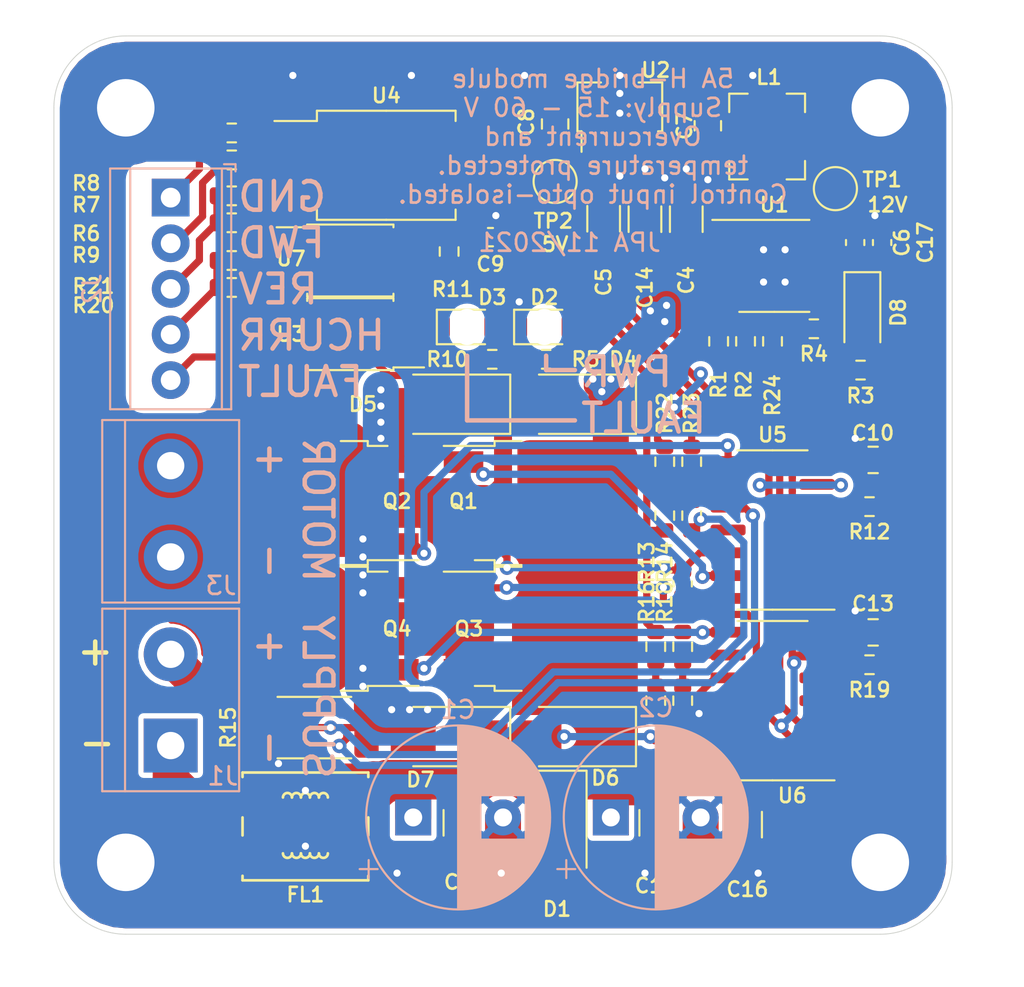
<source format=kicad_pcb>
(kicad_pcb (version 20171130) (host pcbnew 5.1.9-73d0e3b20d~88~ubuntu20.04.1)
  (layers (0 F.Cu signal) (31 B.Cu signal) (34 B.Paste user) (35 F.Paste user) (36 B.SilkS user) (37 F.SilkS user) (38 B.Mask user) (39 F.Mask user) (44 Edge.Cuts user))
  (net 0 "")
  (net 1 GND)
  (net 2 +48V)
  (net 3 "Net-(C6-Pad2)")
  (net 4 "Net-(C6-Pad1)")
  (net 5 +12V)
  (net 6 +5V)
  (net 7 "Net-(C11-Pad2)")
  (net 8 "Net-(C12-Pad2)")
  (net 9 "Net-(D2-Pad2)")
  (net 10 "Net-(D3-Pad2)")
  (net 11 "Net-(D3-Pad1)")
  (net 12 "Net-(D5-Pad2)")
  (net 13 /GND_IN)
  (net 14 /REV_IN)
  (net 15 /FWD_IN)
  (net 16 /~FAULT_OUT)
  (net 17 "Net-(Q1-Pad1)")
  (net 18 "Net-(Q2-Pad1)")
  (net 19 "Net-(Q3-Pad1)")
  (net 20 "Net-(Q4-Pad1)")
  (net 21 "Net-(R2-Pad1)")
  (net 22 "Net-(R3-Pad2)")
  (net 23 "Net-(R8-Pad1)")
  (net 24 "Net-(R9-Pad1)")
  (net 25 /~FAULT)
  (net 26 "Net-(R12-Pad2)")
  (net 27 "Net-(R14-Pad1)")
  (net 28 "Net-(R15-Pad2)")
  (net 29 "Net-(R16-Pad1)")
  (net 30 "Net-(R18-Pad1)")
  (net 31 "Net-(R19-Pad2)")
  (net 32 /FWD)
  (net 33 /REV)
  (net 34 "Net-(U5-Pad11)")
  (net 35 "Net-(U6-Pad11)")
  (net 36 /Motor+)
  (net 37 /Motor-)
  (net 38 /Supply-)
  (net 39 /Supply+)
  (net 40 /HCURR_IN)
  (net 41 "Net-(R13-Pad2)")
  (net 42 "Net-(R21-Pad1)")
  (net 43 /HCURR)
  (net 44 "Net-(C17-Pad2)")
  (net 45 "Net-(R1-Pad2)")
  (net 46 "Net-(U1-Pad1)")
  (module Inductor_SMD:L_Bourns-SRN4018 (layer F.Cu) (at 94.7 70.6 270)
    (fp_text reference L1 (at -3.3 -0.1 180) (layer F.SilkS) (effects (font (size 0.8 0.8))))
    (fp_text value 100uH)
    (pad 2 smd rect (at 1.525 0 270) (size 1.5 3.6) (layers F.Cu F.Paste F.Mask) (net 4 "Net-(C6-Pad1)"))
    (pad 1 smd rect (at -1.525 0 270) (size 1.5 3.6) (layers F.Cu F.Paste F.Mask) (net 5 +12V))
  )
  (module Diode_SMD:D_SOD-123 (layer F.Cu) (at 100 80.4 270)
    (fp_text reference D8 (at 0 -2 90) (layer F.SilkS) (effects (font (size 0.8 0.8))))
    (fp_text value BAT54W)
    (pad 2 smd rect (at 1.65 0 270) (size 0.9 1.2) (layers F.Cu F.Paste F.Mask) (net 5 +12V))
    (pad 1 smd rect (at -1.65 0 270) (size 0.9 1.2) (layers F.Cu F.Paste F.Mask) (net 44 "Net-(C17-Pad2)"))
  )
  (module TestPoint:TestPoint_Pad_D2.0mm (layer F.Cu) (at 98.5 73.5)
    (fp_text reference TP1 (at 2.6 -0.5) (layer F.SilkS) (effects (font (size 0.8 0.8))))
    (fp_text value 12V (at 2.9 0.9) (layer F.SilkS) (effects (font (size 0.8 0.8))))
    (pad 1 smd circle (at 0 0) (size 2 2) (layers F.Cu F.Mask) (net 5 +12V))
  )
  (module Package_SO:SOIC-8-1EP_3.9x4.9mm_P1.27mm_EP2.514x3.2mm (layer F.Cu) (at 95.1 77.8)
    (fp_text reference U1 (at 0 -3.4) (layer F.SilkS) (effects (font (size 0.8 0.8))))
    (fp_text value SY8502)
    (pad 9 smd rect (at 0 0) (size 2.514 3.2) (layers F.Cu F.Mask) (net 1 GND))
    (pad 8 smd roundrect (at 2.6375 -1.905) (size 1.625 0.6) (layers F.Cu F.Paste F.Mask) (net 4 "Net-(C6-Pad1)"))
    (pad 7 smd roundrect (at 2.6375 -0.635) (size 1.625 0.6) (layers F.Cu F.Paste F.Mask) (net 3 "Net-(C6-Pad2)"))
    (pad 6 smd roundrect (at 2.6375 0.635) (size 1.625 0.6) (layers F.Cu F.Paste F.Mask) (net 44 "Net-(C17-Pad2)"))
    (pad 5 smd roundrect (at 2.6375 1.905) (size 1.625 0.6) (layers F.Cu F.Paste F.Mask) (net 22 "Net-(R3-Pad2)"))
    (pad 4 smd roundrect (at -2.6375 1.905) (size 1.625 0.6) (layers F.Cu F.Paste F.Mask) (net 21 "Net-(R2-Pad1)"))
    (pad 3 smd roundrect (at -2.6375 0.635) (size 1.625 0.6) (layers F.Cu F.Paste F.Mask) (net 45 "Net-(R1-Pad2)"))
    (pad 2 smd roundrect (at -2.6375 -0.635) (size 1.625 0.6) (layers F.Cu F.Paste F.Mask) (net 2 +48V))
    (pad 1 smd roundrect (at -2.6375 -1.905) (size 1.625 0.6) (layers F.Cu F.Paste F.Mask) (net 46 "Net-(U1-Pad1)"))
  )
  (module Resistor_SMD:R_0603_1608Metric (layer F.Cu) (at 95 82 90)
    (fp_text reference R24 (at -3 0 90) (layer F.SilkS) (effects (font (size 0.8 0.8))))
    (fp_text value 10k)
    (pad 2 smd roundrect (at 0.825 0 90) (size 0.8 0.95) (layers F.Cu F.Paste F.Mask) (net 1 GND))
    (pad 1 smd roundrect (at -0.825 0 90) (size 0.8 0.95) (layers F.Cu F.Paste F.Mask) (net 45 "Net-(R1-Pad2)"))
  )
  (module Resistor_SMD:R_0603_1608Metric (layer F.Cu) (at 92 82 90)
    (fp_text reference R1 (at -2.4 0 90) (layer F.SilkS) (effects (font (size 0.8 0.8))))
    (fp_text value 100k)
    (pad 2 smd roundrect (at 0.825 0 90) (size 0.8 0.95) (layers F.Cu F.Paste F.Mask) (net 45 "Net-(R1-Pad2)"))
    (pad 1 smd roundrect (at -0.825 0 90) (size 0.8 0.95) (layers F.Cu F.Paste F.Mask) (net 2 +48V))
  )
  (module Diode_SMD:D_SMA (layer F.Cu) (at 83 109.3 270)
    (fp_text reference D1 (at 4.3 0 180) (layer F.SilkS) (effects (font (size 0.8 0.8))))
    (fp_text value SMAJ51A)
    (pad 2 smd rect (at 2 0 270) (size 2.5 1.8) (layers F.Cu F.Paste F.Mask) (net 1 GND))
    (pad 1 smd rect (at -2 0 270) (size 2.5 1.8) (layers F.Cu F.Paste F.Mask) (net 2 +48V))
  )
  (module Capacitor_SMD:C_0603_1608Metric (layer F.Cu) (at 101.1 76.5 270)
    (fp_text reference C17 (at 0 -2.4 90) (layer F.SilkS) (effects (font (size 0.8 0.8))))
    (fp_text value 100nF)
    (pad 2 smd roundrect (at 0.775 0 270) (size 0.9 0.95) (layers F.Cu F.Paste F.Mask) (net 44 "Net-(C17-Pad2)"))
    (pad 1 smd roundrect (at -0.775 0 270) (size 0.9 0.95) (layers F.Cu F.Paste F.Mask) (net 1 GND))
  )
  (module Capacitor_SMD:C_1206_3216Metric (layer F.Cu) (at 93.5 108.9 270)
    (fp_text reference C16 (at 3.6 -0.1 180) (layer F.SilkS) (effects (font (size 0.8 0.8))))
    (fp_text value 1µF/100V)
    (pad 2 smd roundrect (at 1.475 0 270) (size 1.15 1.8) (layers F.Cu F.Paste F.Mask) (roundrect_rratio 0.217391) (net 1 GND))
    (pad 1 smd roundrect (at -1.475 0 270) (size 1.15 1.8) (layers F.Cu F.Paste F.Mask) (roundrect_rratio 0.217391) (net 2 +48V))
  )
  (module Capacitor_SMD:C_1206_3216Metric (layer F.Cu) (at 88.5 108.8 270)
    (fp_text reference C15 (at 3.5 0 180) (layer F.SilkS) (effects (font (size 0.8 0.8))))
    (fp_text value 1µF/100V)
    (pad 2 smd roundrect (at 1.475 0 270) (size 1.15 1.8) (layers F.Cu F.Paste F.Mask) (roundrect_rratio 0.217391) (net 1 GND))
    (pad 1 smd roundrect (at -1.475 0 270) (size 1.15 1.8) (layers F.Cu F.Paste F.Mask) (roundrect_rratio 0.217391) (net 2 +48V))
  )
  (module Capacitor_SMD:C_1206_3216Metric (layer F.Cu) (at 87.9 75.2 90)
    (fp_text reference C14 (at -3.8 0 90) (layer F.SilkS) (effects (font (size 0.8 0.8))))
    (fp_text value 1µF/100V)
    (pad 2 smd roundrect (at 1.475 0 90) (size 1.15 1.8) (layers F.Cu F.Paste F.Mask) (roundrect_rratio 0.217391) (net 1 GND))
    (pad 1 smd roundrect (at -1.475 0 90) (size 1.15 1.8) (layers F.Cu F.Paste F.Mask) (roundrect_rratio 0.217391) (net 2 +48V))
  )
  (module Capacitor_SMD:C_1206_3216Metric (layer F.Cu) (at 85.6 75.175 90)
    (fp_text reference C5 (at -3.525 0 90) (layer F.SilkS) (effects (font (size 0.8 0.8))))
    (fp_text value 1µF/100V)
    (pad 2 smd roundrect (at 1.475 0 90) (size 1.15 1.8) (layers F.Cu F.Paste F.Mask) (roundrect_rratio 0.217391) (net 1 GND))
    (pad 1 smd roundrect (at -1.475 0 90) (size 1.15 1.8) (layers F.Cu F.Paste F.Mask) (roundrect_rratio 0.217391) (net 2 +48V))
  )
  (module Capacitor_SMD:C_1206_3216Metric (layer F.Cu) (at 90.2 75.2 90)
    (fp_text reference C4 (at -3.4 0 90) (layer F.SilkS) (effects (font (size 0.8 0.8))))
    (fp_text value 1uF/100V)
    (pad 2 smd roundrect (at 1.475 0 90) (size 1.15 1.8) (layers F.Cu F.Paste F.Mask) (roundrect_rratio 0.217391) (net 1 GND))
    (pad 1 smd roundrect (at -1.475 0 90) (size 1.15 1.8) (layers F.Cu F.Paste F.Mask) (roundrect_rratio 0.217391) (net 2 +48V))
  )
  (module Capacitor_SMD:C_1206_3216Metric (layer F.Cu) (at 77.6 108.8 270)
    (fp_text reference C3 (at 3.3 0.1 180) (layer F.SilkS) (effects (font (size 0.8 0.8))))
    (fp_text value 1uF/100V)
    (pad 2 smd roundrect (at 1.475 0 270) (size 1.15 1.8) (layers F.Cu F.Paste F.Mask) (roundrect_rratio 0.217391) (net 1 GND))
    (pad 1 smd roundrect (at -1.475 0 270) (size 1.15 1.8) (layers F.Cu F.Paste F.Mask) (roundrect_rratio 0.217391) (net 2 +48V))
  )
  (module Package_SO:SO-4_4.4x3.6mm_P2.54mm (layer F.Cu) (at 71.5 77.5)
    (fp_text reference U7 (at -3.3 -0.1) (layer F.SilkS) (effects (font (size 0.8 0.8))))
    (fp_text value LTV-356T)
    (pad 4 smd rect (at 3.15 -1.27) (size 2 0.64) (layers F.Cu F.Paste F.Mask) (net 6 +5V))
    (pad 3 smd rect (at 3.15 1.27) (size 2 0.64) (layers F.Cu F.Paste F.Mask) (net 43 /HCURR))
    (pad 2 smd rect (at -3.15 1.27) (size 2 0.64) (layers F.Cu F.Paste F.Mask) (net 13 /GND_IN))
    (pad 1 smd rect (at -3.15 -1.27) (size 2 0.64) (layers F.Cu F.Paste F.Mask) (net 42 "Net-(R21-Pad1)"))
  )
  (module Package_SO:SO-4_4.4x3.6mm_P2.54mm (layer F.Cu) (at 71.5 81.6 180)
    (fp_text reference U3 (at 3.3 0) (layer F.SilkS) (effects (font (size 0.8 0.8))))
    (fp_text value LTV-356T)
    (pad 4 smd rect (at 3.15 -1.27 180) (size 2 0.64) (layers F.Cu F.Paste F.Mask) (net 16 /~FAULT_OUT))
    (pad 3 smd rect (at 3.15 1.27 180) (size 2 0.64) (layers F.Cu F.Paste F.Mask) (net 13 /GND_IN))
    (pad 2 smd rect (at -3.15 1.27 180) (size 2 0.64) (layers F.Cu F.Paste F.Mask) (net 25 /~FAULT))
    (pad 1 smd rect (at -3.15 -1.27 180) (size 2 0.64) (layers F.Cu F.Paste F.Mask) (net 11 "Net-(D3-Pad1)"))
  )
  (module Resistor_SMD:R_0603_1608Metric (layer F.Cu) (at 90.5 88.7 90)
    (fp_text reference R23 (at 2.7 0 90) (layer F.SilkS) (effects (font (size 0.8 0.8))))
    (fp_text value N/A)
    (pad 2 smd roundrect (at 0.825 0 90) (size 0.8 0.95) (layers F.Cu F.Paste F.Mask) (net 32 /FWD))
    (pad 1 smd roundrect (at -0.825 0 90) (size 0.8 0.95) (layers F.Cu F.Paste F.Mask) (net 41 "Net-(R13-Pad2)"))
  )
  (module Resistor_SMD:R_0603_1608Metric (layer F.Cu) (at 89 88.7 90)
    (fp_text reference R22 (at 2.7 0 90) (layer F.SilkS) (effects (font (size 0.8 0.8))))
    (fp_text value 20k)
    (pad 2 smd roundrect (at 0.825 0 90) (size 0.8 0.95) (layers F.Cu F.Paste F.Mask) (net 43 /HCURR))
    (pad 1 smd roundrect (at -0.825 0 90) (size 0.8 0.95) (layers F.Cu F.Paste F.Mask) (net 41 "Net-(R13-Pad2)"))
  )
  (module Resistor_SMD:R_0603_1608Metric (layer F.Cu) (at 64.9 77.5 180)
    (fp_text reference R21 (at 7.7 -1.43) (layer F.SilkS) (effects (font (size 0.8 0.8))))
    (fp_text value 1k)
    (pad 2 smd roundrect (at 0.825 0 180) (size 0.8 0.95) (layers F.Cu F.Paste F.Mask) (net 40 /HCURR_IN))
    (pad 1 smd roundrect (at -0.825 0 180) (size 0.8 0.95) (layers F.Cu F.Paste F.Mask) (net 42 "Net-(R21-Pad1)"))
  )
  (module Resistor_SMD:R_0603_1608Metric (layer F.Cu) (at 64.9 79 180)
    (fp_text reference R20 (at 7.7 -1) (layer F.SilkS) (effects (font (size 0.8 0.8))))
    (fp_text value 1k)
    (pad 2 smd roundrect (at 0.825 0 180) (size 0.8 0.95) (layers F.Cu F.Paste F.Mask) (net 40 /HCURR_IN))
    (pad 1 smd roundrect (at -0.825 0 180) (size 0.8 0.95) (layers F.Cu F.Paste F.Mask) (net 13 /GND_IN))
  )
  (module TerminalBlock_TE-Connectivity:TerminalBlock_TE_282834-5_1x05_P2.54mm_Horizontal (layer B.Cu) (at 61.5 74 270)
    (fp_text reference J2 (at 5.08 4.37 270) (layer B.SilkS) (effects (justify mirror)))
    (fp_text value Control)
    (pad 5 thru_hole circle (at 10.16 0 270) (size 2.1 2.1) (drill 1.1) (layers *.Cu *.Mask) (net 16 /~FAULT_OUT))
    (pad 4 thru_hole circle (at 7.62 0 270) (size 2.1 2.1) (drill 1.1) (layers *.Cu *.Mask) (net 40 /HCURR_IN))
    (pad 3 thru_hole circle (at 5.08 0 270) (size 2.1 2.1) (drill 1.1) (layers *.Cu *.Mask) (net 14 /REV_IN))
    (pad 2 thru_hole circle (at 2.54 0 270) (size 2.1 2.1) (drill 1.1) (layers *.Cu *.Mask) (net 15 /FWD_IN))
    (pad 1 thru_hole rect (at 0 0 270) (size 2.1 2.1) (drill 1.1) (layers *.Cu *.Mask) (net 13 /GND_IN))
  )
  (module TestPoint:TestPoint_Pad_D2.0mm (layer F.Cu) (at 82.9 73.1)
    (fp_text reference TP2 (at -0.1 2.2) (layer F.SilkS) (effects (font (size 0.8 0.8))))
    (fp_text value 5V (at 0 3.5) (layer F.SilkS) (effects (font (size 0.8 0.8))))
    (pad 1 smd circle (at 0 0) (size 2 2) (layers F.Cu F.Mask) (net 6 +5V))
  )
  (module motor_driver:Shunt_2512 (layer F.Cu) (at 69.5 103.5 180)
    (fp_text reference R15 (at 4.8 0 90) (layer F.SilkS) (effects (font (size 0.8 0.8))))
    (fp_text value 0.05)
    (fp_poly (pts (xy -1.6 0.2) (xy -2.4 0.2) (xy -2.4 -0.2) (xy -1.6 -0.2)) (layer F.Cu) (width 0))
    (fp_poly (pts (xy 2.4 0.2) (xy 1.6 0.2) (xy 1.6 -0.2) (xy 2.4 -0.2)) (layer F.Cu) (width 0))
    (pad 3 smd roundrect (at 1.8 0 180) (size 0.3 0.3) (layers F.Cu) (net 27 "Net-(R14-Pad1)"))
    (pad 2 smd roundrect (at -1.8 0 180) (size 0.3 0.3) (layers F.Cu) (net 28 "Net-(R15-Pad2)"))
    (pad 4 smd roundrect (at 2.9 0 180) (size 1.35 3.35) (layers F.Cu F.Paste F.Mask) (roundrect_rratio 0.185) (net 1 GND))
    (pad 1 smd roundrect (at -2.9 0 180) (size 1.35 3.35) (layers F.Cu F.Paste F.Mask) (roundrect_rratio 0.185185) (net 12 "Net-(D5-Pad2)"))
  )
  (module motor_driver:LED_0805_Reverse (layer F.Cu) (at 78 81.2)
    (fp_text reference D3 (at 1.4 -1.65) (layer F.SilkS) (effects (font (size 0.8 0.8))))
    (fp_text value RED)
    (pad "" np_thru_hole oval (at 0 0) (size 1.4 2) (drill oval 1.4 2) (layers *.Cu *.Mask))
    (pad 2 smd roundrect (at 1.45 0) (size 0.975 1.4) (layers F.Cu F.Paste F.Mask) (net 10 "Net-(D3-Pad2)"))
    (pad 1 smd roundrect (at -1.45 0) (size 0.975 1.4) (layers F.Cu F.Paste F.Mask) (net 11 "Net-(D3-Pad1)"))
  )
  (module motor_driver:LED_0805_Reverse (layer F.Cu) (at 82.3 81.2)
    (fp_text reference D2 (at 0 -1.65) (layer F.SilkS) (effects (font (size 0.8 0.8))))
    (fp_text value GREEN)
    (pad "" np_thru_hole oval (at 0 0) (size 1.4 2) (drill oval 1.4 2) (layers *.Cu *.Mask))
    (pad 2 smd roundrect (at 1.45 0) (size 0.975 1.4) (layers F.Cu F.Paste F.Mask) (net 9 "Net-(D2-Pad2)"))
    (pad 1 smd roundrect (at -1.45 0) (size 0.975 1.4) (layers F.Cu F.Paste F.Mask) (net 1 GND))
  )
  (module MountingHole:MountingHole_3.2mm_M3_Pad (layer F.Cu) (at 101 69)
    (fp_text reference H4 hide)
    (fp_text value M3)
    (pad 1 thru_hole circle (at 0 0) (size 6.4 6.4) (drill 3.2) (layers *.Cu *.Mask) (net 1 GND))
  )
  (module MountingHole:MountingHole_3.2mm_M3_Pad (layer F.Cu) (at 59 111)
    (fp_text reference H3 hide)
    (fp_text value M3)
    (pad 1 thru_hole circle (at 0 0) (size 6.4 6.4) (drill 3.2) (layers *.Cu *.Mask) (net 1 GND))
  )
  (module MountingHole:MountingHole_3.2mm_M3_Pad (layer F.Cu) (at 59 69)
    (fp_text reference H2 hide)
    (fp_text value M3)
    (pad 1 thru_hole circle (at 0 0) (size 6.4 6.4) (drill 3.2) (layers *.Cu *.Mask) (net 1 GND))
  )
  (module MountingHole:MountingHole_3.2mm_M3_Pad (layer F.Cu) (at 101 111)
    (fp_text reference H1 hide)
    (fp_text value M3)
    (pad 1 thru_hole circle (at 0 0) (size 6.4 6.4) (drill 3.2) (layers *.Cu *.Mask) (net 1 GND))
  )
  (module Diode_SMD:D_SMA (layer F.Cu) (at 77 104 180)
    (fp_text reference D7 (at 1.6 -2.4) (layer F.SilkS) (effects (font (size 0.8 0.8))))
    (fp_text value SS210)
    (pad 2 smd rect (at 2 0 180) (size 2.5 1.8) (layers F.Cu F.Paste F.Mask) (net 12 "Net-(D5-Pad2)"))
    (pad 1 smd rect (at -2 0 180) (size 2.5 1.8) (layers F.Cu F.Paste F.Mask) (net 37 /Motor-))
  )
  (module Diode_SMD:D_SMA (layer F.Cu) (at 84 104 180)
    (fp_text reference D6 (at -1.7 -2.3) (layer F.SilkS) (effects (font (size 0.8 0.8))))
    (fp_text value SS210)
    (pad 2 smd rect (at 2 0 180) (size 2.5 1.8) (layers F.Cu F.Paste F.Mask) (net 37 /Motor-))
    (pad 1 smd rect (at -2 0 180) (size 2.5 1.8) (layers F.Cu F.Paste F.Mask) (net 2 +48V))
  )
  (module Diode_SMD:D_SMA (layer F.Cu) (at 77 85.5 180)
    (fp_text reference D5 (at 4.8 0) (layer F.SilkS) (effects (font (size 0.8 0.8))))
    (fp_text value SS210)
    (pad 2 smd rect (at 2 0 180) (size 2.5 1.8) (layers F.Cu F.Paste F.Mask) (net 12 "Net-(D5-Pad2)"))
    (pad 1 smd rect (at -2 0 180) (size 2.5 1.8) (layers F.Cu F.Paste F.Mask) (net 36 /Motor+))
  )
  (module Diode_SMD:D_SMA (layer F.Cu) (at 84 85.5 180)
    (fp_text reference D4 (at -2.7 2.5) (layer F.SilkS) (effects (font (size 0.8 0.8))))
    (fp_text value SS210)
    (pad 2 smd rect (at 2 0 180) (size 2.5 1.8) (layers F.Cu F.Paste F.Mask) (net 36 /Motor+))
    (pad 1 smd rect (at -2 0 180) (size 2.5 1.8) (layers F.Cu F.Paste F.Mask) (net 2 +48V))
  )
  (module Package_SO:SO-14_3.9x8.65mm_P1.27mm (layer F.Cu) (at 95 102 180)
    (fp_text reference U6 (at -1.1 -5.28) (layer F.SilkS) (effects (font (size 0.8 0.8))))
    (fp_text value L6393)
    (pad 14 smd roundrect (at 2.475 -3.81 180) (size 1.95 0.6) (layers F.Cu F.Paste F.Mask) (net 8 "Net-(C12-Pad2)"))
    (pad 13 smd roundrect (at 2.475 -2.54 180) (size 1.95 0.6) (layers F.Cu F.Paste F.Mask) (net 19 "Net-(Q3-Pad1)"))
    (pad 12 smd roundrect (at 2.475 -1.27 180) (size 1.95 0.6) (layers F.Cu F.Paste F.Mask) (net 37 /Motor-))
    (pad 11 smd roundrect (at 2.475 0 180) (size 1.95 0.6) (layers F.Cu F.Paste F.Mask) (net 35 "Net-(U6-Pad11)"))
    (pad 10 smd roundrect (at 2.475 1.27 180) (size 1.95 0.6) (layers F.Cu F.Paste F.Mask) (net 29 "Net-(R16-Pad1)"))
    (pad 9 smd roundrect (at 2.475 2.54 180) (size 1.95 0.6) (layers F.Cu F.Paste F.Mask) (net 30 "Net-(R18-Pad1)"))
    (pad 8 smd roundrect (at 2.475 3.81 180) (size 1.95 0.6) (layers F.Cu F.Paste F.Mask) (net 20 "Net-(Q4-Pad1)"))
    (pad 7 smd roundrect (at -2.475 3.81 180) (size 1.95 0.6) (layers F.Cu F.Paste F.Mask) (net 1 GND))
    (pad 6 smd roundrect (at -2.475 2.54 180) (size 1.95 0.6) (layers F.Cu F.Paste F.Mask) (net 25 /~FAULT))
    (pad 5 smd roundrect (at -2.475 1.27 180) (size 1.95 0.6) (layers F.Cu F.Paste F.Mask) (net 31 "Net-(R19-Pad2)"))
    (pad 4 smd roundrect (at -2.475 0 180) (size 1.95 0.6) (layers F.Cu F.Paste F.Mask) (net 5 +12V))
    (pad 3 smd roundrect (at -2.475 -1.27 180) (size 1.95 0.6) (layers F.Cu F.Paste F.Mask) (net 33 /REV))
    (pad 2 smd roundrect (at -2.475 -2.54 180) (size 1.95 0.6) (layers F.Cu F.Paste F.Mask) (net 25 /~FAULT))
    (pad 1 smd roundrect (at -2.475 -3.81 180) (size 1.95 0.6) (layers F.Cu F.Paste F.Mask) (net 33 /REV))
  )
  (module Package_SO:SO-14_3.9x8.65mm_P1.27mm (layer F.Cu) (at 95 92.5 180)
    (fp_text reference U5 (at 0 5.3) (layer F.SilkS) (effects (font (size 0.8 0.8))))
    (fp_text value L6393)
    (pad 14 smd roundrect (at 2.475 -3.81 180) (size 1.95 0.6) (layers F.Cu F.Paste F.Mask) (net 7 "Net-(C11-Pad2)"))
    (pad 13 smd roundrect (at 2.475 -2.54 180) (size 1.95 0.6) (layers F.Cu F.Paste F.Mask) (net 17 "Net-(Q1-Pad1)"))
    (pad 12 smd roundrect (at 2.475 -1.27 180) (size 1.95 0.6) (layers F.Cu F.Paste F.Mask) (net 36 /Motor+))
    (pad 11 smd roundrect (at 2.475 0 180) (size 1.95 0.6) (layers F.Cu F.Paste F.Mask) (net 34 "Net-(U5-Pad11)"))
    (pad 10 smd roundrect (at 2.475 1.27 180) (size 1.95 0.6) (layers F.Cu F.Paste F.Mask) (net 28 "Net-(R15-Pad2)"))
    (pad 9 smd roundrect (at 2.475 2.54 180) (size 1.95 0.6) (layers F.Cu F.Paste F.Mask) (net 41 "Net-(R13-Pad2)"))
    (pad 8 smd roundrect (at 2.475 3.81 180) (size 1.95 0.6) (layers F.Cu F.Paste F.Mask) (net 18 "Net-(Q2-Pad1)"))
    (pad 7 smd roundrect (at -2.475 3.81 180) (size 1.95 0.6) (layers F.Cu F.Paste F.Mask) (net 1 GND))
    (pad 6 smd roundrect (at -2.475 2.54 180) (size 1.95 0.6) (layers F.Cu F.Paste F.Mask) (net 25 /~FAULT))
    (pad 5 smd roundrect (at -2.475 1.27 180) (size 1.95 0.6) (layers F.Cu F.Paste F.Mask) (net 26 "Net-(R12-Pad2)"))
    (pad 4 smd roundrect (at -2.475 0 180) (size 1.95 0.6) (layers F.Cu F.Paste F.Mask) (net 5 +12V))
    (pad 3 smd roundrect (at -2.475 -1.27 180) (size 1.95 0.6) (layers F.Cu F.Paste F.Mask) (net 32 /FWD))
    (pad 2 smd roundrect (at -2.475 -2.54 180) (size 1.95 0.6) (layers F.Cu F.Paste F.Mask) (net 25 /~FAULT))
    (pad 1 smd roundrect (at -2.475 -3.81 180) (size 1.95 0.6) (layers F.Cu F.Paste F.Mask) (net 32 /FWD))
  )
  (module Package_SO:SOIC-8_7.5x5.85mm_P1.27mm (layer F.Cu) (at 73.5 72.2)
    (fp_text reference U4 (at 0 -3.88) (layer F.SilkS) (effects (font (size 0.8 0.8))))
    (fp_text value TLP2270)
    (pad 8 smd roundrect (at 5.325 -1.905) (size 1.8 0.6) (layers F.Cu F.Paste F.Mask) (net 6 +5V))
    (pad 7 smd roundrect (at 5.325 -0.635) (size 1.8 0.6) (layers F.Cu F.Paste F.Mask) (net 32 /FWD))
    (pad 6 smd roundrect (at 5.325 0.635) (size 1.8 0.6) (layers F.Cu F.Paste F.Mask) (net 33 /REV))
    (pad 5 smd roundrect (at 5.325 1.905) (size 1.8 0.6) (layers F.Cu F.Paste F.Mask) (net 1 GND))
    (pad 4 smd roundrect (at -5.325 1.905) (size 1.8 0.6) (layers F.Cu F.Paste F.Mask) (net 24 "Net-(R9-Pad1)"))
    (pad 3 smd roundrect (at -5.325 0.635) (size 1.8 0.6) (layers F.Cu F.Paste F.Mask) (net 13 /GND_IN))
    (pad 2 smd roundrect (at -5.325 -0.635) (size 1.8 0.6) (layers F.Cu F.Paste F.Mask) (net 13 /GND_IN))
    (pad 1 smd roundrect (at -5.325 -1.905) (size 1.8 0.6) (layers F.Cu F.Paste F.Mask) (net 23 "Net-(R8-Pad1)"))
  )
  (module Package_TO_SOT_SMD:SOT-89-3 (layer F.Cu) (at 86.5 69.25 90)
    (fp_text reference U2 (at 2.35 2 180) (layer F.SilkS) (effects (font (size 0.8 0.8))))
    (fp_text value L78L05_SOT89)
    (pad 2 smd custom (at -1.5625 0 90) (size 1.475 0.9) (layers F.Cu F.Paste F.Mask) (net 1 GND) (options (clearance outline) (anchor rect)) (primitives (gr_poly (pts (xy 0.7375 -0.8665) (xy 3.8625 -0.8665) (xy 3.8625 0.8665) (xy 0.7375 0.8665)) (width 0))))
    (pad 3 smd rect (at -1.65 1.5 90) (size 1.3 0.9) (layers F.Cu F.Paste F.Mask) (net 5 +12V))
    (pad 1 smd rect (at -1.65 -1.5 90) (size 1.3 0.9) (layers F.Cu F.Paste F.Mask) (net 6 +5V))
  )
  (module Resistor_SMD:R_0603_1608Metric (layer F.Cu) (at 90 102 270)
    (fp_text reference TH1 hide)
    (fp_text value "NTC 10k")
    (pad 2 smd roundrect (at 0.825 0 270) (size 0.8 0.95) (layers F.Cu F.Paste F.Mask) (net 1 GND))
    (pad 1 smd roundrect (at -0.825 0 270) (size 0.8 0.95) (layers F.Cu F.Paste F.Mask) (net 30 "Net-(R18-Pad1)"))
  )
  (module Resistor_SMD:R_0603_1608Metric (layer F.Cu) (at 100.4 100 180)
    (fp_text reference R19 (at 0 -1.4) (layer F.SilkS) (effects (font (size 0.8 0.8))))
    (fp_text value 20k)
    (pad 2 smd roundrect (at 0.825 0 180) (size 0.8 0.95) (layers F.Cu F.Paste F.Mask) (net 31 "Net-(R19-Pad2)"))
    (pad 1 smd roundrect (at -0.825 0 180) (size 0.8 0.95) (layers F.Cu F.Paste F.Mask) (net 1 GND))
  )
  (module Resistor_SMD:R_0603_1608Metric (layer F.Cu) (at 90 99 90)
    (fp_text reference R18 (at 2.5 -1 90) (layer F.SilkS) (effects (font (size 0.8 0.8))))
    (fp_text value 20k)
    (pad 2 smd roundrect (at 0.825 0 90) (size 0.8 0.95) (layers F.Cu F.Paste F.Mask) (net 6 +5V))
    (pad 1 smd roundrect (at -0.825 0 90) (size 0.8 0.95) (layers F.Cu F.Paste F.Mask) (net 30 "Net-(R18-Pad1)"))
  )
  (module Resistor_SMD:R_0603_1608Metric (layer F.Cu) (at 88.5 102 90)
    (fp_text reference R17 hide)
    (fp_text value 20k)
    (pad 2 smd roundrect (at 0.825 0 90) (size 0.8 0.95) (layers F.Cu F.Paste F.Mask) (net 29 "Net-(R16-Pad1)"))
    (pad 1 smd roundrect (at -0.825 0 90) (size 0.8 0.95) (layers F.Cu F.Paste F.Mask) (net 1 GND))
  )
  (module Resistor_SMD:R_0603_1608Metric (layer F.Cu) (at 88.5 99 90)
    (fp_text reference R16 (at 2.5 -0.5 90) (layer F.SilkS) (effects (font (size 0.8 0.8))))
    (fp_text value 100k)
    (pad 2 smd roundrect (at 0.825 0 90) (size 0.8 0.95) (layers F.Cu F.Paste F.Mask) (net 6 +5V))
    (pad 1 smd roundrect (at -0.825 0 90) (size 0.8 0.95) (layers F.Cu F.Paste F.Mask) (net 29 "Net-(R16-Pad1)"))
  )
  (module Resistor_SMD:R_0603_1608Metric (layer F.Cu) (at 90.5 91.7 90)
    (fp_text reference R14 (at -2.6 -1.5 90) (layer F.SilkS) (effects (font (size 0.8 0.8))))
    (fp_text value 1k)
    (pad 2 smd roundrect (at 0.825 0 90) (size 0.8 0.95) (layers F.Cu F.Paste F.Mask) (net 41 "Net-(R13-Pad2)"))
    (pad 1 smd roundrect (at -0.825 0 90) (size 0.8 0.95) (layers F.Cu F.Paste F.Mask) (net 27 "Net-(R14-Pad1)"))
  )
  (module Resistor_SMD:R_0603_1608Metric (layer F.Cu) (at 89 91.7 90)
    (fp_text reference R13 (at -2.6 -1 270) (layer F.SilkS) (effects (font (size 0.8 0.8))))
    (fp_text value 100k)
    (pad 2 smd roundrect (at 0.825 0 90) (size 0.8 0.95) (layers F.Cu F.Paste F.Mask) (net 41 "Net-(R13-Pad2)"))
    (pad 1 smd roundrect (at -0.825 0 90) (size 0.8 0.95) (layers F.Cu F.Paste F.Mask) (net 6 +5V))
  )
  (module Resistor_SMD:R_0603_1608Metric (layer F.Cu) (at 100.4 91.2 180)
    (fp_text reference R12 (at 0 -1.4) (layer F.SilkS) (effects (font (size 0.8 0.8))))
    (fp_text value 20k)
    (pad 2 smd roundrect (at 0.825 0 180) (size 0.8 0.95) (layers F.Cu F.Paste F.Mask) (net 26 "Net-(R12-Pad2)"))
    (pad 1 smd roundrect (at -0.825 0 180) (size 0.8 0.95) (layers F.Cu F.Paste F.Mask) (net 1 GND))
  )
  (module Resistor_SMD:R_0603_1608Metric (layer F.Cu) (at 77 77 270)
    (fp_text reference R11 (at 2.1 -0.2 180) (layer F.SilkS) (effects (font (size 0.8 0.8))))
    (fp_text value 100k)
    (pad 2 smd roundrect (at 0.825 0 270) (size 0.8 0.95) (layers F.Cu F.Paste F.Mask) (net 25 /~FAULT))
    (pad 1 smd roundrect (at -0.825 0 270) (size 0.8 0.95) (layers F.Cu F.Paste F.Mask) (net 6 +5V))
  )
  (module Resistor_SMD:R_0603_1608Metric (layer F.Cu) (at 79.4 83)
    (fp_text reference R10 (at -2.5 0) (layer F.SilkS) (effects (font (size 0.8 0.8))))
    (fp_text value 1k)
    (pad 2 smd roundrect (at 0.825 0) (size 0.8 0.95) (layers F.Cu F.Paste F.Mask) (net 6 +5V))
    (pad 1 smd roundrect (at -0.825 0) (size 0.8 0.95) (layers F.Cu F.Paste F.Mask) (net 10 "Net-(D3-Pad2)"))
  )
  (module Resistor_SMD:R_0603_1608Metric (layer F.Cu) (at 64.9 75.4 180)
    (fp_text reference R9 (at 8.1 -1.8) (layer F.SilkS) (effects (font (size 0.8 0.8))))
    (fp_text value 1k)
    (pad 2 smd roundrect (at 0.825 0 180) (size 0.8 0.95) (layers F.Cu F.Paste F.Mask) (net 14 /REV_IN))
    (pad 1 smd roundrect (at -0.825 0 180) (size 0.8 0.95) (layers F.Cu F.Paste F.Mask) (net 24 "Net-(R9-Pad1)"))
  )
  (module Resistor_SMD:R_0603_1608Metric (layer F.Cu) (at 64.9 70.4 180)
    (fp_text reference R8 (at 8.1 -2.8) (layer F.SilkS) (effects (font (size 0.8 0.8))))
    (fp_text value 1k)
    (pad 2 smd roundrect (at 0.825 0 180) (size 0.8 0.95) (layers F.Cu F.Paste F.Mask) (net 15 /FWD_IN))
    (pad 1 smd roundrect (at -0.825 0 180) (size 0.8 0.95) (layers F.Cu F.Paste F.Mask) (net 23 "Net-(R8-Pad1)"))
  )
  (module Resistor_SMD:R_0603_1608Metric (layer F.Cu) (at 64.9 71.9 180)
    (fp_text reference R7 (at 8.1 -2.5) (layer F.SilkS) (effects (font (size 0.8 0.8))))
    (fp_text value 1k)
    (pad 2 smd roundrect (at 0.825 0 180) (size 0.8 0.95) (layers F.Cu F.Paste F.Mask) (net 15 /FWD_IN))
    (pad 1 smd roundrect (at -0.825 0 180) (size 0.8 0.95) (layers F.Cu F.Paste F.Mask) (net 13 /GND_IN))
  )
  (module Resistor_SMD:R_0603_1608Metric (layer F.Cu) (at 64.9 73.9 180)
    (fp_text reference R6 (at 8.1 -2.1) (layer F.SilkS) (effects (font (size 0.8 0.8))))
    (fp_text value 1k)
    (pad 2 smd roundrect (at 0.825 0 180) (size 0.8 0.95) (layers F.Cu F.Paste F.Mask) (net 14 /REV_IN))
    (pad 1 smd roundrect (at -0.825 0 180) (size 0.8 0.95) (layers F.Cu F.Paste F.Mask) (net 13 /GND_IN))
  )
  (module Resistor_SMD:R_0603_1608Metric (layer F.Cu) (at 82.4 83 180)
    (fp_text reference R5 (at -2.2 0) (layer F.SilkS) (effects (font (size 0.8 0.8))))
    (fp_text value 1k)
    (pad 2 smd roundrect (at 0.825 0 180) (size 0.8 0.95) (layers F.Cu F.Paste F.Mask) (net 6 +5V))
    (pad 1 smd roundrect (at -0.825 0 180) (size 0.8 0.95) (layers F.Cu F.Paste F.Mask) (net 9 "Net-(D2-Pad2)"))
  )
  (module Resistor_SMD:R_0603_1608Metric (layer F.Cu) (at 97.3 81.3 180)
    (fp_text reference R4 (at 0 -1.4) (layer F.SilkS) (effects (font (size 0.8 0.8))))
    (fp_text value 11k)
    (pad 2 smd roundrect (at 0.825 0 180) (size 0.8 0.95) (layers F.Cu F.Paste F.Mask) (net 1 GND))
    (pad 1 smd roundrect (at -0.825 0 180) (size 0.8 0.95) (layers F.Cu F.Paste F.Mask) (net 22 "Net-(R3-Pad2)"))
  )
  (module Resistor_SMD:R_0603_1608Metric (layer F.Cu) (at 99.9 83.6 180)
    (fp_text reference R3 (at 0 -1.43) (layer F.SilkS) (effects (font (size 0.8 0.8))))
    (fp_text value 100k)
    (pad 2 smd roundrect (at 0.825 0 180) (size 0.8 0.95) (layers F.Cu F.Paste F.Mask) (net 22 "Net-(R3-Pad2)"))
    (pad 1 smd roundrect (at -0.825 0 180) (size 0.8 0.95) (layers F.Cu F.Paste F.Mask) (net 5 +12V))
  )
  (module Resistor_SMD:R_0603_1608Metric (layer F.Cu) (at 93.5 82 270)
    (fp_text reference R2 (at 2.4 0.1 90) (layer F.SilkS) (effects (font (size 0.8 0.8))))
    (fp_text value 1M)
    (pad 2 smd roundrect (at 0.825 0 270) (size 0.8 0.95) (layers F.Cu F.Paste F.Mask) (net 2 +48V))
    (pad 1 smd roundrect (at -0.825 0 270) (size 0.8 0.95) (layers F.Cu F.Paste F.Mask) (net 21 "Net-(R2-Pad1)"))
  )
  (module Package_TO_SOT_SMD:TO-252-2 (layer F.Cu) (at 70 98 180)
    (fp_text reference Q4 (at -4.1 0) (layer F.SilkS) (effects (font (size 0.8 0.8))))
    (fp_text value FDD86381)
    (pad 2 smd rect (at 2.1 0 180) (size 6.4 5.8) (layers F.Cu F.Mask) (net 37 /Motor-))
    (pad 3 smd rect (at -4.2 2.28 180) (size 2.2 1.2) (layers F.Cu F.Paste F.Mask) (net 12 "Net-(D5-Pad2)"))
    (pad 1 smd rect (at -4.2 -2.28 180) (size 2.2 1.2) (layers F.Cu F.Paste F.Mask) (net 20 "Net-(Q4-Pad1)"))
  )
  (module Package_TO_SOT_SMD:TO-252-2 (layer F.Cu) (at 82 98)
    (fp_text reference Q3 (at -3.9 0) (layer F.SilkS) (effects (font (size 0.8 0.8))))
    (fp_text value FDD86381)
    (pad 2 smd rect (at 2.1 0) (size 6.4 5.8) (layers F.Cu F.Mask) (net 2 +48V))
    (pad 3 smd rect (at -4.2 2.28) (size 2.2 1.2) (layers F.Cu F.Paste F.Mask) (net 37 /Motor-))
    (pad 1 smd rect (at -4.2 -2.28) (size 2.2 1.2) (layers F.Cu F.Paste F.Mask) (net 19 "Net-(Q3-Pad1)"))
  )
  (module Package_TO_SOT_SMD:TO-252-2 (layer F.Cu) (at 70 91 180)
    (fp_text reference Q2 (at -4.1 0.1) (layer F.SilkS) (effects (font (size 0.8 0.8))))
    (fp_text value FDD86381)
    (pad 2 smd rect (at 2.1 0 180) (size 6.4 5.8) (layers F.Cu F.Mask) (net 36 /Motor+))
    (pad 3 smd rect (at -4.2 2.28 180) (size 2.2 1.2) (layers F.Cu F.Paste F.Mask) (net 12 "Net-(D5-Pad2)"))
    (pad 1 smd rect (at -4.2 -2.28 180) (size 2.2 1.2) (layers F.Cu F.Paste F.Mask) (net 18 "Net-(Q2-Pad1)"))
  )
  (module Package_TO_SOT_SMD:TO-252-2 (layer F.Cu) (at 82 91)
    (fp_text reference Q1 (at -4.2 -0.1) (layer F.SilkS) (effects (font (size 0.8 0.8))))
    (fp_text value FDD86381)
    (pad 2 smd rect (at 2.1 0) (size 6.4 5.8) (layers F.Cu F.Mask) (net 2 +48V))
    (pad 3 smd rect (at -4.2 2.28) (size 2.2 1.2) (layers F.Cu F.Paste F.Mask) (net 36 /Motor+))
    (pad 1 smd rect (at -4.2 -2.28) (size 2.2 1.2) (layers F.Cu F.Paste F.Mask) (net 17 "Net-(Q1-Pad1)"))
  )
  (module TerminalBlock:TerminalBlock_bornier-2_P5.08mm (layer B.Cu) (at 61.5 94 90)
    (fp_text reference J3 (at -1.6 2.8) (layer B.SilkS) (effects (justify mirror)))
    (fp_text value Motor)
    (pad 2 thru_hole circle (at 5.08 0 90) (size 3 3) (drill 1.52) (layers *.Cu *.Mask) (net 36 /Motor+))
    (pad 1 thru_hole circle (at 0 0 90) (size 3 3) (drill 1.52) (layers *.Cu *.Mask) (net 37 /Motor-))
  )
  (module TerminalBlock:TerminalBlock_bornier-2_P5.08mm (layer B.Cu) (at 61.5 104.5 90)
    (fp_text reference J1 (at -1.7 2.9 180) (layer B.SilkS) (effects (justify mirror)))
    (fp_text value Power)
    (pad 2 thru_hole circle (at 5.08 0 90) (size 3 3) (drill 1.52) (layers *.Cu *.Mask) (net 39 /Supply+))
    (pad 1 thru_hole rect (at 0 0 90) (size 3 3) (drill 1.52) (layers *.Cu *.Mask) (net 38 /Supply-))
  )
  (module motor_driver:CM7060 (layer F.Cu) (at 69 109 90)
    (fp_text reference FL1 (at -3.8 0 180) (layer F.SilkS) (effects (font (size 0.8 0.8))))
    (fp_text value EMI_Filter_CommonMode)
    (pad 4 smd roundrect (at -1.6 2.75 90) (size 1.75 2.5) (layers F.Cu F.Paste F.Mask) (net 1 GND))
    (pad 3 smd roundrect (at -1.6 -2.75 90) (size 1.75 2.5) (layers F.Cu F.Paste F.Mask) (net 38 /Supply-))
    (pad 1 smd roundrect (at 1.6 -2.75 90) (size 1.75 2.5) (layers F.Cu F.Paste F.Mask) (net 39 /Supply+))
    (pad 2 smd roundrect (at 1.6 2.75 90) (size 1.75 2.5) (layers F.Cu F.Paste F.Mask) (net 2 +48V))
  )
  (module Capacitor_SMD:C_0805_2012Metric (layer F.Cu) (at 100.6 98.2 180)
    (fp_text reference C13 (at 0 1.6) (layer F.SilkS) (effects (font (size 0.8 0.8))))
    (fp_text value 10uF)
    (pad 2 smd roundrect (at 0.95 0 180) (size 1 1.45) (layers F.Cu F.Paste F.Mask) (net 1 GND))
    (pad 1 smd roundrect (at -0.95 0 180) (size 1 1.45) (layers F.Cu F.Paste F.Mask) (net 5 +12V))
  )
  (module Capacitor_SMD:C_0603_1608Metric (layer F.Cu) (at 90 105 270)
    (fp_text reference C12 hide)
    (fp_text value 100nF)
    (pad 2 smd roundrect (at 0.775 0 270) (size 0.9 0.95) (layers F.Cu F.Paste F.Mask) (net 8 "Net-(C12-Pad2)"))
    (pad 1 smd roundrect (at -0.775 0 270) (size 0.9 0.95) (layers F.Cu F.Paste F.Mask) (net 37 /Motor-))
  )
  (module Capacitor_SMD:C_0603_1608Metric (layer F.Cu) (at 90 95.5 270)
    (fp_text reference C11 hide)
    (fp_text value 100nF)
    (pad 2 smd roundrect (at 0.775 0 270) (size 0.9 0.95) (layers F.Cu F.Paste F.Mask) (net 7 "Net-(C11-Pad2)"))
    (pad 1 smd roundrect (at -0.775 0 270) (size 0.9 0.95) (layers F.Cu F.Paste F.Mask) (net 36 /Motor+))
  )
  (module Capacitor_SMD:C_0805_2012Metric (layer F.Cu) (at 100.6 88.6 180)
    (fp_text reference C10 (at 0 1.5) (layer F.SilkS) (effects (font (size 0.8 0.8))))
    (fp_text value 10uF)
    (pad 2 smd roundrect (at 0.95 0 180) (size 1 1.45) (layers F.Cu F.Paste F.Mask) (net 1 GND))
    (pad 1 smd roundrect (at -0.95 0 180) (size 1 1.45) (layers F.Cu F.Paste F.Mask) (net 5 +12V))
  )
  (module Capacitor_SMD:C_0603_1608Metric (layer F.Cu) (at 79.3 76.2)
    (fp_text reference C9 (at 0 1.5) (layer F.SilkS) (effects (font (size 0.8 0.8))))
    (fp_text value 100nF)
    (pad 2 smd roundrect (at 0.775 0) (size 0.9 0.95) (layers F.Cu F.Paste F.Mask) (net 1 GND))
    (pad 1 smd roundrect (at -0.775 0) (size 0.9 0.95) (layers F.Cu F.Paste F.Mask) (net 6 +5V))
  )
  (module Capacitor_SMD:C_0805_2012Metric (layer F.Cu) (at 82.9 69.9 90)
    (fp_text reference C8 (at 0.1 -1.6 270) (layer F.SilkS) (effects (font (size 0.8 0.8))))
    (fp_text value 10uF)
    (pad 2 smd roundrect (at 0.95 0 90) (size 1 1.45) (layers F.Cu F.Paste F.Mask) (net 1 GND))
    (pad 1 smd roundrect (at -0.95 0 90) (size 1 1.45) (layers F.Cu F.Paste F.Mask) (net 6 +5V))
  )
  (module Capacitor_SMD:C_0805_2012Metric (layer F.Cu) (at 91.4 70 270)
    (fp_text reference C7 (at 0 1.3 270) (layer F.SilkS) (effects (font (size 0.8 0.8))))
    (fp_text value 10uF)
    (pad 2 smd roundrect (at 0.95 0 270) (size 1 1.45) (layers F.Cu F.Paste F.Mask) (net 1 GND))
    (pad 1 smd roundrect (at -0.95 0 270) (size 1 1.45) (layers F.Cu F.Paste F.Mask) (net 5 +12V))
  )
  (module Capacitor_SMD:C_0603_1608Metric (layer F.Cu) (at 99.6 76.5 270)
    (fp_text reference C6 (at 0 -2.6 90) (layer F.SilkS) (effects (font (size 0.8 0.8))))
    (fp_text value 100nF)
    (pad 2 smd roundrect (at 0.775 0 270) (size 0.9 0.95) (layers F.Cu F.Paste F.Mask) (net 3 "Net-(C6-Pad2)"))
    (pad 1 smd roundrect (at -0.775 0 270) (size 0.9 0.95) (layers F.Cu F.Paste F.Mask) (net 4 "Net-(C6-Pad1)"))
  )
  (module Capacitor_THT:CP_Radial_D10.0mm_P5.00mm (layer B.Cu) (at 86 108.5)
    (fp_text reference C2 (at 2.5 -6.1) (layer B.SilkS) (effects (justify mirror)))
    (fp_text value 100µF)
    (pad 2 thru_hole circle (at 5 0) (size 2 2) (drill 1) (layers *.Cu *.Mask) (net 1 GND))
    (pad 1 thru_hole rect (at 0 0) (size 2 2) (drill 1) (layers *.Cu *.Mask) (net 2 +48V))
  )
  (module Capacitor_THT:CP_Radial_D10.0mm_P5.00mm (layer B.Cu) (at 75 108.5)
    (fp_text reference C1 (at 2.5 -6) (layer B.SilkS) (effects (justify mirror)))
    (fp_text value 100µF)
    (pad 2 thru_hole circle (at 5 0) (size 2 2) (drill 1) (layers *.Cu *.Mask) (net 1 GND))
    (pad 1 thru_hole rect (at 0 0) (size 2 2) (drill 1) (layers *.Cu *.Mask) (net 2 +48V))
  )
  (gr_line (start 78 86.4) (end 78 82.8) (layer B.SilkS) (width 0.25))
  (gr_line (start 84 86.4) (end 78 86.4) (layer B.SilkS) (width 0.25))
  (gr_line (start 82.4 83.6) (end 82.4 82.8) (layer B.SilkS) (width 0.25))
  (gr_line (start 84 83.6) (end 82.4 83.6) (layer B.SilkS) (width 0.25))
  (gr_text "JPA 11/2021" (at 83.7 76.5) (layer B.SilkS) (effects (font (size 1 1)) (justify mirror)))
  (gr_text - (at 57.4 104.3) (layer F.SilkS) (effects (font (size 1.6 1.6) (thickness 0.25))))
  (gr_text + (at 57.3 99.2) (layer F.SilkS) (effects (font (size 1.6 1.6) (thickness 0.25))))
  (gr_text "5A H-bridge module\nSupply: 15 - 60 V\nOvercurrent and\ntemperature protected.\nControl input opto-isolated." (at 85 70.6) (layer B.SilkS) (effects (font (size 1 1)) (justify mirror)))
  (gr_text "PWR\nFAULT" (at 84.2 85) (layer B.SilkS) (effects (font (size 1.6 1.6) (thickness 0.25)) (justify right mirror)))
  (gr_text "SUPPLY\n-   +" (at 68.4 101.8 -90) (layer B.SilkS) (effects (font (size 1.6 1.6) (thickness 0.25)) (justify mirror)))
  (gr_text "MOTOR\n-   +" (at 68.4 91.4 -90) (layer B.SilkS) (effects (font (size 1.6 1.6) (thickness 0.25)) (justify mirror)))
  (gr_text "GND\nFWD\nREV\nHCURR\nFAULT" (at 65.1 79.1) (layer B.SilkS) (effects (font (size 1.6 1.6) (thickness 0.25)) (justify right mirror)))
  (gr_arc (start 59 111) (end 55 111) (angle -90) (layer Edge.Cuts) (width 0.05))
  (gr_arc (start 101 111) (end 101 115) (angle -90) (layer Edge.Cuts) (width 0.05))
  (gr_arc (start 101 69) (end 105 69) (angle -90) (layer Edge.Cuts) (width 0.05))
  (gr_arc (start 59 69) (end 59 65) (angle -90) (layer Edge.Cuts) (width 0.05))
  (gr_line (start 101 115) (end 59 115) (layer Edge.Cuts) (width 0.05))
  (gr_line (start 105 69) (end 105 111) (layer Edge.Cuts) (width 0.05))
  (gr_line (start 59 65) (end 101 65) (layer Edge.Cuts) (width 0.05))
  (gr_line (start 55 111) (end 55 69) (layer Edge.Cuts) (width 0.05))
  (segment (start 83 111.5) (end 83.1 111.6) (width 1) (layer F.Cu) (net 1))
  (segment (start 83.1 111.6) (end 87.9 111.6) (width 2) (layer F.Cu) (net 1))
  (segment (start 80 111.5) (end 79.9 111.6) (width 2) (layer F.Cu) (net 1))
  (segment (start 80 108.5) (end 80 111.5) (width 2) (layer F.Cu) (net 1))
  (segment (start 79.9 111.6) (end 83.1 111.6) (width 2) (layer F.Cu) (net 1))
  (segment (start 70.5 111.6) (end 69 110.1) (width 2) (layer F.Cu) (net 1))
  (segment (start 71.75 111.6) (end 70.5 111.6) (width 2) (layer F.Cu) (net 1))
  (segment (start 69 110.1) (end 69 107) (width 2) (layer F.Cu) (net 1))
  (segment (start 66.34999 105.213134) (end 66.34999 103.5) (width 1) (layer F.Cu) (net 1))
  (segment (start 66.636856 105.5) (end 66.34999 105.213134) (width 1) (layer F.Cu) (net 1))
  (segment (start 67.5 105.5) (end 66.636856 105.5) (width 1) (layer F.Cu) (net 1))
  (segment (start 88.5 102.825) (end 90 102.825) (width 0.4) (layer F.Cu) (net 1))
  (segment (start 86.5 70.5625) (end 86.52501 70.58751) (width 0.6) (layer F.Cu) (net 1))
  (via (at 90.910469 102.718171) (size 0.8) (drill 0.4) (layers F.Cu B.Cu) (net 1))
  (segment (start 90.80364 102.825) (end 90.910469 102.718171) (width 0.4) (layer F.Cu) (net 1))
  (segment (start 90 102.825) (end 90.80364 102.825) (width 0.4) (layer F.Cu) (net 1))
  (via (at 86.5 68.2) (size 0.8) (drill 0.4) (layers F.Cu B.Cu) (net 1))
  (via (at 86.5 69.3) (size 0.8) (drill 0.4) (layers F.Cu B.Cu) (net 1))
  (segment (start 86.5 70.5625) (end 86.5 69.3) (width 1) (layer F.Cu) (net 1))
  (segment (start 86.5 69.3) (end 86.5 68.2) (width 1) (layer F.Cu) (net 1))
  (via (at 86.5 67.2) (size 0.8) (drill 0.4) (layers F.Cu B.Cu) (net 1))
  (segment (start 86.5 70.5625) (end 86.5 67.2) (width 1) (layer F.Cu) (net 1))
  (via (at 67.5 105.5) (size 0.8) (drill 0.4) (layers F.Cu B.Cu) (net 1))
  (via (at 69 107) (size 0.8) (drill 0.4) (layers F.Cu B.Cu) (net 1))
  (via (at 69 110.1) (size 0.8) (drill 0.4) (layers F.Cu B.Cu) (net 1))
  (via (at 74.1 111.6) (size 0.8) (drill 0.4) (layers F.Cu B.Cu) (net 1))
  (segment (start 71.75 111.6) (end 74.1 111.6) (width 2) (layer F.Cu) (net 1))
  (via (at 79.9 111.6) (size 0.8) (drill 0.4) (layers F.Cu B.Cu) (net 1))
  (via (at 87.9 111.6) (size 0.8) (drill 0.4) (layers F.Cu B.Cu) (net 1))
  (segment (start 99.65 98.325) (end 99.65 98.2) (width 0.4) (layer F.Cu) (net 1))
  (segment (start 101.225 99.9) (end 99.65 98.325) (width 0.4) (layer F.Cu) (net 1))
  (segment (start 101.225 100) (end 101.225 99.9) (width 0.4) (layer F.Cu) (net 1))
  (segment (start 99.65 88.85) (end 99.65 88.6) (width 0.4) (layer F.Cu) (net 1))
  (segment (start 101.225 90.425) (end 99.65 88.85) (width 0.4) (layer F.Cu) (net 1))
  (segment (start 101.225 91.2) (end 101.225 90.425) (width 0.4) (layer F.Cu) (net 1))
  (segment (start 99.56 88.69) (end 99.65 88.6) (width 0.6) (layer F.Cu) (net 1))
  (segment (start 97.475 88.69) (end 99.56 88.69) (width 0.6) (layer F.Cu) (net 1))
  (segment (start 99.64 98.19) (end 99.65 98.2) (width 0.6) (layer F.Cu) (net 1))
  (segment (start 97.475 98.19) (end 99.64 98.19) (width 0.6) (layer F.Cu) (net 1))
  (via (at 99.6 87.4) (size 0.8) (drill 0.4) (layers F.Cu B.Cu) (net 1))
  (segment (start 99.65 87.45) (end 99.6 87.4) (width 0.6) (layer F.Cu) (net 1))
  (segment (start 99.65 88.6) (end 99.65 87.45) (width 0.6) (layer F.Cu) (net 1))
  (via (at 99.6 97) (size 0.8) (drill 0.4) (layers F.Cu B.Cu) (net 1))
  (segment (start 99.65 97.05) (end 99.6 97) (width 0.6) (layer F.Cu) (net 1))
  (segment (start 99.65 98.2) (end 99.65 97.05) (width 0.6) (layer F.Cu) (net 1))
  (via (at 81.2 67.2) (size 0.8) (drill 0.4) (layers F.Cu B.Cu) (net 1))
  (via (at 68.3 67.2) (size 0.8) (drill 0.4) (layers F.Cu B.Cu) (net 1))
  (segment (start 81.2 67.2) (end 74.9 67.2) (width 0.4) (layer F.Cu) (net 1))
  (via (at 74.9 67.2) (size 0.8) (drill 0.4) (layers F.Cu B.Cu) (net 1))
  (segment (start 74.9 67.2) (end 68.3 67.2) (width 0.4) (layer F.Cu) (net 1))
  (via (at 93.9 67.2) (size 0.8) (drill 0.4) (layers F.Cu B.Cu) (net 1))
  (segment (start 86.5 67.2) (end 93.9 67.2) (width 0.4) (layer F.Cu) (net 1))
  (segment (start 69 107) (end 69 106) (width 2) (layer F.Cu) (net 1))
  (segment (start 69 106) (end 68 105) (width 2) (layer F.Cu) (net 1))
  (segment (start 68 105) (end 67.220087 105) (width 2) (layer F.Cu) (net 1))
  (segment (start 91 111.5) (end 91 108.5) (width 2) (layer F.Cu) (net 1))
  (segment (start 91.1 111.6) (end 91 111.5) (width 2) (layer F.Cu) (net 1))
  (segment (start 87.9 111.6) (end 91.1 111.6) (width 2) (layer F.Cu) (net 1))
  (via (at 94.2 111.6) (size 0.8) (drill 0.4) (layers F.Cu B.Cu) (net 1))
  (via (at 80.9 79.8) (size 0.8) (drill 0.4) (layers F.Cu B.Cu) (net 1))
  (segment (start 80.85 79.85) (end 80.9 79.8) (width 0.4) (layer F.Cu) (net 1))
  (segment (start 80.85 81.2) (end 80.85 79.85) (width 0.4) (layer F.Cu) (net 1))
  (segment (start 79.305 74.105) (end 78.825 74.105) (width 0.4) (layer F.Cu) (net 1))
  (segment (start 80.075 74.875) (end 79.305 74.105) (width 0.4) (layer F.Cu) (net 1))
  (segment (start 80.075 76.2) (end 80.075 74.875) (width 0.4) (layer F.Cu) (net 1))
  (via (at 79.600002 75) (size 0.8) (drill 0.4) (layers F.Cu B.Cu) (net 1))
  (segment (start 80.075 74.875) (end 79.95 75) (width 0.4) (layer F.Cu) (net 1))
  (segment (start 79.95 75) (end 79.600002 75) (width 0.4) (layer F.Cu) (net 1))
  (segment (start 95 77.9) (end 95.1 77.8) (width 0.4) (layer F.Cu) (net 1))
  (segment (start 95 81.175) (end 95 77.9) (width 0.4) (layer F.Cu) (net 1))
  (segment (start 95.1 75.7) (end 95.1 77.8) (width 1) (layer F.Cu) (net 1))
  (segment (start 93.1 73.7) (end 95.1 75.7) (width 1) (layer F.Cu) (net 1))
  (segment (start 91.4 73.6) (end 91.3 73.7) (width 0.6) (layer F.Cu) (net 1))
  (segment (start 82.9 67.3) (end 83 67.2) (width 0.4) (layer F.Cu) (net 1))
  (segment (start 82.9 68.95) (end 82.9 67.3) (width 0.4) (layer F.Cu) (net 1))
  (segment (start 83 67.2) (end 81.2 67.2) (width 0.4) (layer F.Cu) (net 1))
  (segment (start 86.5 67.2) (end 83 67.2) (width 0.4) (layer F.Cu) (net 1))
  (segment (start 86.5 73.6) (end 86.4 73.7) (width 0.6) (layer F.Cu) (net 1))
  (segment (start 86.4 73.7) (end 91.3 73.7) (width 1) (layer F.Cu) (net 1))
  (segment (start 85.6 73.7) (end 86.4 73.7) (width 1) (layer F.Cu) (net 1))
  (segment (start 86.3 73) (end 85.6 73.7) (width 1) (layer F.Cu) (net 1))
  (segment (start 91.4 70.95) (end 91.4 73) (width 0.6) (layer F.Cu) (net 1))
  (segment (start 91.4 73) (end 91.4 73.6) (width 0.6) (layer F.Cu) (net 1))
  (via (at 86.5 72.8) (size 0.8) (drill 0.4) (layers F.Cu B.Cu) (net 1))
  (segment (start 86.5 72.8) (end 86.5 73.6) (width 0.6) (layer F.Cu) (net 1))
  (segment (start 86.3 73) (end 86.5 72.8) (width 1) (layer F.Cu) (net 1))
  (segment (start 86.5 70.8125) (end 86.5 72.8) (width 0.6) (layer F.Cu) (net 1))
  (via (at 89 72.9) (size 0.8) (drill 0.4) (layers F.Cu B.Cu) (net 1))
  (segment (start 89 73) (end 89 72.9) (width 1) (layer F.Cu) (net 1))
  (segment (start 91.4 73) (end 89 73) (width 1) (layer F.Cu) (net 1))
  (segment (start 89 73) (end 86.3 73) (width 1) (layer F.Cu) (net 1))
  (via (at 91.4 73) (size 0.8) (drill 0.4) (layers F.Cu B.Cu) (net 1))
  (segment (start 92.1 73.7) (end 93.1 73.7) (width 1) (layer F.Cu) (net 1))
  (segment (start 91.3 73.7) (end 92.1 73.7) (width 1) (layer F.Cu) (net 1))
  (segment (start 91.4 72.9) (end 91.4 73) (width 1) (layer F.Cu) (net 1))
  (segment (start 90.9 72.4) (end 91.4 72.9) (width 1) (layer F.Cu) (net 1))
  (segment (start 91.4 73) (end 92.1 73.7) (width 1) (layer F.Cu) (net 1))
  (segment (start 85.6 73.7) (end 86.9 72.4) (width 1) (layer F.Cu) (net 1))
  (segment (start 90.1 72.4) (end 90.2 72.4) (width 1) (layer F.Cu) (net 1))
  (via (at 90.2 72.4) (size 0.8) (drill 0.4) (layers F.Cu B.Cu) (net 1))
  (segment (start 90.1 72.4) (end 90.9 72.4) (width 1) (layer F.Cu) (net 1))
  (via (at 87.9 72.4) (size 0.8) (drill 0.4) (layers F.Cu B.Cu) (net 1))
  (segment (start 87.6 72.4) (end 87.9 72.4) (width 1) (layer F.Cu) (net 1))
  (segment (start 86.9 72.4) (end 87.6 72.4) (width 1) (layer F.Cu) (net 1))
  (segment (start 87.6 72.4) (end 90.1 72.4) (width 1) (layer F.Cu) (net 1))
  (via (at 94.5 76.9) (size 0.8) (drill 0.4) (layers F.Cu B.Cu) (net 1))
  (segment (start 95.1 77.5) (end 94.5 76.9) (width 1) (layer F.Cu) (net 1))
  (segment (start 95.1 77.8) (end 95.1 77.5) (width 1) (layer F.Cu) (net 1))
  (via (at 95.7 76.9) (size 0.8) (drill 0.4) (layers F.Cu B.Cu) (net 1))
  (segment (start 95.1 77.5) (end 95.7 76.9) (width 1) (layer F.Cu) (net 1))
  (via (at 94.5 78.7) (size 0.8) (drill 0.4) (layers F.Cu B.Cu) (net 1))
  (segment (start 95.1 78.1) (end 94.5 78.7) (width 1) (layer F.Cu) (net 1))
  (segment (start 95.1 77.8) (end 95.1 78.1) (width 1) (layer F.Cu) (net 1))
  (via (at 95.7 78.7) (size 0.8) (drill 0.4) (layers F.Cu B.Cu) (net 1))
  (segment (start 95.1 78.1) (end 95.7 78.7) (width 1) (layer F.Cu) (net 1))
  (via (at 100.7 75) (size 0.8) (drill 0.4) (layers F.Cu B.Cu) (net 1))
  (segment (start 101.1 75.4) (end 100.7 75) (width 0.4) (layer F.Cu) (net 1))
  (segment (start 101.1 75.725) (end 101.1 75.4) (width 0.4) (layer F.Cu) (net 1))
  (segment (start 95.125 81.3) (end 95 81.175) (width 0.4) (layer F.Cu) (net 1))
  (segment (start 96.375 81.3) (end 95.125 81.3) (width 0.4) (layer F.Cu) (net 1))
  (segment (start 77.6 111.5) (end 77.5 111.6) (width 0.6) (layer F.Cu) (net 1))
  (segment (start 77.6 110.275) (end 77.6 111.5) (width 0.6) (layer F.Cu) (net 1))
  (segment (start 77.5 111.6) (end 79.9 111.6) (width 2) (layer F.Cu) (net 1))
  (segment (start 74.1 111.6) (end 77.5 111.6) (width 2) (layer F.Cu) (net 1))
  (segment (start 88.5 111.1) (end 89 111.6) (width 0.6) (layer F.Cu) (net 1))
  (segment (start 88.5 110.275) (end 88.5 111.1) (width 0.6) (layer F.Cu) (net 1))
  (segment (start 87.9 111.6) (end 89 111.6) (width 1) (layer F.Cu) (net 1))
  (segment (start 93.5 111.3) (end 93.8 111.6) (width 0.6) (layer F.Cu) (net 1))
  (segment (start 93.5 110.375) (end 93.5 111.3) (width 0.6) (layer F.Cu) (net 1))
  (segment (start 93.8 111.6) (end 94.2 111.6) (width 1) (layer F.Cu) (net 1))
  (segment (start 89 111.6) (end 93.8 111.6) (width 1) (layer F.Cu) (net 1))
  (segment (start 86 99.9) (end 84.1 98) (width 2) (layer F.Cu) (net 2))
  (segment (start 86 104) (end 86 99.9) (width 2) (layer F.Cu) (net 2))
  (segment (start 86 89.1) (end 84.1 91) (width 2) (layer F.Cu) (net 2))
  (segment (start 86 85.5) (end 86 89.1) (width 2) (layer F.Cu) (net 2))
  (segment (start 85.700001 106.299999) (end 86 106) (width 2) (layer F.Cu) (net 2))
  (segment (start 86 106) (end 86 104) (width 2) (layer F.Cu) (net 2))
  (segment (start 86 108) (end 86 106) (width 2) (layer F.Cu) (net 2))
  (segment (start 75 108.5) (end 75 107) (width 2) (layer F.Cu) (net 2))
  (segment (start 75 107) (end 74.299999 106.299999) (width 2) (layer F.Cu) (net 2))
  (segment (start 83.299999 106.299999) (end 85.700001 106.299999) (width 2) (layer F.Cu) (net 2))
  (segment (start 74.299999 106.299999) (end 83.299999 106.299999) (width 2) (layer F.Cu) (net 2))
  (segment (start 83 106.599998) (end 83.299999 106.299999) (width 1) (layer F.Cu) (net 2))
  (segment (start 83 107.525) (end 83 106.599998) (width 1) (layer F.Cu) (net 2))
  (segment (start 86.3 95.8) (end 84.1 98) (width 2) (layer F.Cu) (net 2))
  (segment (start 86.3 93.2) (end 86.3 95.8) (width 2) (layer F.Cu) (net 2))
  (segment (start 84.1 91) (end 86.3 93.2) (width 2) (layer F.Cu) (net 2))
  (via (at 86 84.1) (size 0.8) (drill 0.4) (layers F.Cu B.Cu) (net 2))
  (segment (start 86 85.5) (end 86 84.1) (width 1) (layer F.Cu) (net 2))
  (segment (start 88.2 81.9) (end 88.7 81.4) (width 1) (layer B.Cu) (net 2))
  (via (at 85 84.1) (size 0.8) (drill 0.4) (layers F.Cu B.Cu) (net 2))
  (segment (start 85 84.5) (end 86 85.5) (width 1) (layer F.Cu) (net 2))
  (segment (start 85 84.1) (end 85 84.5) (width 1) (layer F.Cu) (net 2))
  (segment (start 86 84.1) (end 86.5 83.6) (width 1) (layer B.Cu) (net 2))
  (segment (start 86.5 83.6) (end 88.2 81.9) (width 1) (layer B.Cu) (net 2))
  (segment (start 88.1 81) (end 88.3 81) (width 1) (layer B.Cu) (net 2))
  (segment (start 85 84.1) (end 88.1 81) (width 1) (layer B.Cu) (net 2))
  (segment (start 88.3 81) (end 88.7 81.4) (width 1) (layer B.Cu) (net 2))
  (segment (start 73.500627 106.299999) (end 74.299999 106.299999) (width 2) (layer F.Cu) (net 2))
  (segment (start 73.425616 106.37501) (end 73.500627 106.299999) (width 2) (layer F.Cu) (net 2))
  (segment (start 72.77499 106.37501) (end 73.425616 106.37501) (width 2) (layer F.Cu) (net 2))
  (segment (start 71.75 107.4) (end 72.77499 106.37501) (width 2) (layer F.Cu) (net 2))
  (via (at 88.2 80.3) (size 0.8) (drill 0.4) (layers F.Cu B.Cu) (net 2))
  (segment (start 88.4 80.9) (end 88.3 81) (width 1) (layer B.Cu) (net 2))
  (segment (start 89 80.9) (end 88.4 80.9) (width 1) (layer B.Cu) (net 2))
  (segment (start 88.2 81.7) (end 89 80.9) (width 1) (layer B.Cu) (net 2))
  (segment (start 88.2 81.9) (end 88.2 81.7) (width 1) (layer B.Cu) (net 2))
  (segment (start 88.2 81.7) (end 88.2 80.3) (width 1) (layer B.Cu) (net 2))
  (segment (start 88.4 80.3) (end 89 80.9) (width 1) (layer B.Cu) (net 2))
  (segment (start 88.2 80.3) (end 88.4 80.3) (width 1) (layer B.Cu) (net 2))
  (segment (start 86 84.1) (end 85 84.1) (width 1) (layer F.Cu) (net 2))
  (segment (start 89.236403 81.263597) (end 89.236403 80.336403) (width 1) (layer F.Cu) (net 2))
  (segment (start 89.236403 81.263597) (end 88.309209 80.336403) (width 1) (layer F.Cu) (net 2))
  (via (at 89 80.9) (size 0.8) (drill 0.4) (layers F.Cu B.Cu) (net 2))
  (segment (start 85.6 77.5) (end 89 80.9) (width 1) (layer F.Cu) (net 2))
  (segment (start 85.6 76.65) (end 85.6 77.5) (width 1) (layer F.Cu) (net 2))
  (segment (start 90.2 80.3) (end 89.236403 81.263597) (width 1) (layer F.Cu) (net 2))
  (segment (start 85.625 76.675) (end 85.6 76.65) (width 1) (layer F.Cu) (net 2))
  (segment (start 89.236403 80.286403) (end 89.236403 80.336403) (width 1) (layer F.Cu) (net 2))
  (segment (start 85.6 76.65) (end 89.236403 80.286403) (width 1) (layer F.Cu) (net 2))
  (segment (start 86.825 76.925) (end 90.2 80.3) (width 1) (layer F.Cu) (net 2))
  (segment (start 86.825 76.675) (end 86.825 76.925) (width 1) (layer F.Cu) (net 2))
  (segment (start 87.9 76.675) (end 86.825 76.675) (width 1) (layer F.Cu) (net 2))
  (segment (start 86.825 76.675) (end 85.625 76.675) (width 1) (layer F.Cu) (net 2))
  (segment (start 90.2 78.975) (end 90.2 79.3) (width 1) (layer F.Cu) (net 2))
  (segment (start 90.2 79.3) (end 90.2 80.3) (width 1) (layer F.Cu) (net 2))
  (segment (start 90.2 76.675) (end 90.2 79.3) (width 1) (layer F.Cu) (net 2))
  (segment (start 89.225 78) (end 89.4125 78.1875) (width 1) (layer F.Cu) (net 2))
  (segment (start 89.225 76.675) (end 89.225 78) (width 1) (layer F.Cu) (net 2))
  (segment (start 89.4125 78.1875) (end 90.2 78.975) (width 1) (layer F.Cu) (net 2))
  (segment (start 87.9 76.675) (end 89.4125 78.1875) (width 1) (layer F.Cu) (net 2))
  (segment (start 90.2 76.675) (end 89.225 76.675) (width 1) (layer F.Cu) (net 2))
  (segment (start 89.225 76.675) (end 87.9 76.675) (width 1) (layer F.Cu) (net 2))
  (segment (start 90.69 77.165) (end 90.2 76.675) (width 0.6) (layer F.Cu) (net 2))
  (segment (start 92.4625 77.165) (end 90.69 77.165) (width 0.6) (layer F.Cu) (net 2))
  (segment (start 93.5 82.825) (end 92 82.825) (width 0.4) (layer F.Cu) (net 2))
  (segment (start 90.797806 82.825) (end 89.236403 81.263597) (width 0.4) (layer F.Cu) (net 2))
  (segment (start 92 82.825) (end 90.797806 82.825) (width 0.4) (layer F.Cu) (net 2))
  (segment (start 86.725002 107.325) (end 85.700001 106.299999) (width 1) (layer F.Cu) (net 2))
  (segment (start 88.5 107.325) (end 86.725002 107.325) (width 1) (layer F.Cu) (net 2))
  (segment (start 88.5 107.325) (end 87.075 105.9) (width 1) (layer F.Cu) (net 2))
  (segment (start 87.7875 106.6125) (end 88.5 107.325) (width 0.6) (layer F.Cu) (net 2))
  (segment (start 88.025 106.85) (end 87.7875 106.6125) (width 0.6) (layer F.Cu) (net 2))
  (segment (start 92.925 106.85) (end 88.025 106.85) (width 0.6) (layer F.Cu) (net 2))
  (segment (start 93.5 107.425) (end 92.925 106.85) (width 0.6) (layer F.Cu) (net 2))
  (via (at 89.1 80) (size 0.8) (drill 0.4) (layers F.Cu B.Cu) (net 2))
  (segment (start 89.1 80) (end 89.236403 80.336403) (width 1) (layer F.Cu) (net 2))
  (segment (start 88.309209 80.336403) (end 89.1 80) (width 1) (layer F.Cu) (net 2))
  (segment (start 88.8 80.3) (end 89.1 80) (width 1) (layer B.Cu) (net 2))
  (segment (start 88.2 80.3) (end 88.8 80.3) (width 1) (layer B.Cu) (net 2))
  (segment (start 89.1 80.8) (end 89 80.9) (width 1) (layer B.Cu) (net 2))
  (segment (start 89.1 80) (end 89.1 80.8) (width 1) (layer B.Cu) (net 2))
  (via (at 85.5 84.8) (size 0.8) (drill 0.4) (layers F.Cu B.Cu) (net 2))
  (segment (start 85.5 84.6) (end 85 84.1) (width 1) (layer B.Cu) (net 2))
  (segment (start 85.5 84.6) (end 86 84.1) (width 1) (layer B.Cu) (net 2))
  (segment (start 85.5 84.8) (end 85.5 84.6) (width 1) (layer B.Cu) (net 2))
  (segment (start 88.2 82.1) (end 88.2 81.9) (width 1) (layer B.Cu) (net 2))
  (segment (start 85.5 84.8) (end 88.2 82.1) (width 1) (layer B.Cu) (net 2))
  (segment (start 89.1 81.2) (end 88.2 82.1) (width 1) (layer B.Cu) (net 2))
  (segment (start 89.1 80) (end 89.1 81.2) (width 1) (layer B.Cu) (net 2))
  (segment (start 99.49 77.165) (end 99.6 77.275) (width 0.6) (layer F.Cu) (net 3))
  (segment (start 97.7375 77.165) (end 99.49 77.165) (width 0.6) (layer F.Cu) (net 3))
  (segment (start 99.43 75.895) (end 99.6 75.725) (width 0.6) (layer F.Cu) (net 4))
  (segment (start 97.7375 75.895) (end 99.43 75.895) (width 0.6) (layer F.Cu) (net 4))
  (segment (start 94.7 72.125) (end 94.7 73.3) (width 1) (layer F.Cu) (net 4))
  (segment (start 94.7 73.3) (end 96.9 75.5) (width 1) (layer F.Cu) (net 4))
  (segment (start 97.295 75.895) (end 97.7375 75.895) (width 0.6) (layer F.Cu) (net 4))
  (segment (start 96.9 75.5) (end 97.295 75.895) (width 0.6) (layer F.Cu) (net 4))
  (segment (start 101.4 102) (end 97.475 102) (width 0.6) (layer F.Cu) (net 5))
  (segment (start 102.12501 101.27499) (end 101.4 102) (width 0.6) (layer F.Cu) (net 5))
  (segment (start 102.1 92.5) (end 102.12501 92.52501) (width 0.6) (layer F.Cu) (net 5))
  (segment (start 97.475 92.5) (end 102.1 92.5) (width 0.6) (layer F.Cu) (net 5))
  (segment (start 101.55 98.2) (end 102 98.2) (width 0.6) (layer F.Cu) (net 5))
  (segment (start 102.12501 98.07499) (end 102.12501 101.27499) (width 0.6) (layer F.Cu) (net 5))
  (segment (start 102 98.2) (end 102.12501 98.07499) (width 0.6) (layer F.Cu) (net 5))
  (segment (start 102.12501 92.52501) (end 102.12501 98.07499) (width 0.6) (layer F.Cu) (net 5))
  (segment (start 101.85002 88.6) (end 102.12501 88.87499) (width 0.6) (layer F.Cu) (net 5))
  (segment (start 101.55 88.6) (end 101.85002 88.6) (width 0.6) (layer F.Cu) (net 5))
  (segment (start 102.12501 89.72501) (end 102.12501 92.52501) (width 0.6) (layer F.Cu) (net 5))
  (segment (start 102.12501 88.87499) (end 102.12501 89.72501) (width 0.6) (layer F.Cu) (net 5))
  (segment (start 101.2 74) (end 102.12501 74.92501) (width 0.6) (layer F.Cu) (net 5))
  (segment (start 98.9 74) (end 101.2 74) (width 0.6) (layer F.Cu) (net 5))
  (segment (start 98.3 73.4) (end 98.9 74) (width 0.6) (layer F.Cu) (net 5))
  (segment (start 100.725 82.775) (end 100 82.05) (width 0.6) (layer F.Cu) (net 5))
  (segment (start 100.725 83.6) (end 100.725 82.775) (width 0.6) (layer F.Cu) (net 5))
  (segment (start 102.12501 82.62501) (end 102.12501 89.72501) (width 0.6) (layer F.Cu) (net 5))
  (segment (start 101.97502 82.775) (end 102.12501 82.62501) (width 0.6) (layer F.Cu) (net 5))
  (segment (start 100.725 82.775) (end 101.97502 82.775) (width 0.6) (layer F.Cu) (net 5))
  (segment (start 102.12501 74.92501) (end 102.12501 82.62501) (width 0.6) (layer F.Cu) (net 5))
  (segment (start 94.7 69.075) (end 95.475 69.075) (width 0.6) (layer F.Cu) (net 5))
  (segment (start 95.475 69.075) (end 97.3 70.9) (width 0.6) (layer F.Cu) (net 5))
  (segment (start 97.3 72.3) (end 98.5 73.5) (width 0.6) (layer F.Cu) (net 5))
  (segment (start 97.3 70.9) (end 97.3 72.3) (width 0.6) (layer F.Cu) (net 5))
  (segment (start 91.425 69.075) (end 91.4 69.05) (width 0.6) (layer F.Cu) (net 5))
  (segment (start 94.7 69.075) (end 91.425 69.075) (width 0.6) (layer F.Cu) (net 5))
  (segment (start 88 70.9) (end 88 70.8) (width 0.6) (layer F.Cu) (net 5))
  (segment (start 89.75 69.05) (end 91.4 69.05) (width 0.6) (layer F.Cu) (net 5))
  (segment (start 88 70.8) (end 89.75 69.05) (width 0.6) (layer F.Cu) (net 5))
  (segment (start 90 98.175) (end 88.5 98.175) (width 0.4) (layer F.Cu) (net 6))
  (segment (start 88.5 98.175) (end 88 97.675) (width 0.4) (layer F.Cu) (net 6))
  (segment (start 88.125 92.525) (end 88 92.4) (width 0.4) (layer F.Cu) (net 6))
  (segment (start 89 92.525) (end 88.125 92.525) (width 0.4) (layer F.Cu) (net 6))
  (segment (start 88 97.675) (end 88 92.4) (width 0.4) (layer F.Cu) (net 6))
  (segment (start 84.6 83.1) (end 83.8 83.9) (width 0.4) (layer F.Cu) (net 6))
  (segment (start 86.354374 83.1) (end 84.6 83.1) (width 0.4) (layer F.Cu) (net 6))
  (segment (start 87.151458 83.897084) (end 86.354374 83.1) (width 0.4) (layer F.Cu) (net 6))
  (segment (start 87.151458 83.9) (end 87.151458 83.897084) (width 0.4) (layer F.Cu) (net 6))
  (segment (start 88 84.748542) (end 87.151458 83.9) (width 0.4) (layer F.Cu) (net 6))
  (segment (start 88 92.4) (end 88 84.748542) (width 0.4) (layer F.Cu) (net 6))
  (segment (start 80.9 83.9) (end 80.9 83) (width 0.4) (layer F.Cu) (net 6))
  (segment (start 80.9 83) (end 80.225 83) (width 0.4) (layer F.Cu) (net 6))
  (segment (start 81.575 83) (end 80.9 83) (width 0.4) (layer F.Cu) (net 6))
  (segment (start 83.8 83.9) (end 80.9 83.9) (width 0.4) (layer F.Cu) (net 6))
  (segment (start 73.47 76.23) (end 74.65 76.23) (width 0.4) (layer F.Cu) (net 6))
  (segment (start 72.5 77.2) (end 73.47 76.23) (width 0.4) (layer F.Cu) (net 6))
  (segment (start 72.5 82.760002) (end 72.5 77.2) (width 0.4) (layer F.Cu) (net 6))
  (segment (start 73.639998 83.9) (end 72.5 82.760002) (width 0.4) (layer F.Cu) (net 6))
  (segment (start 80.9 83.9) (end 73.639998 83.9) (width 0.4) (layer F.Cu) (net 6))
  (segment (start 76.945 76.23) (end 77 76.175) (width 0.4) (layer F.Cu) (net 6))
  (segment (start 74.65 76.23) (end 76.945 76.23) (width 0.4) (layer F.Cu) (net 6))
  (segment (start 77.025 76.2) (end 77 76.175) (width 0.4) (layer F.Cu) (net 6))
  (segment (start 78.525 76.2) (end 77.025 76.2) (width 0.4) (layer F.Cu) (net 6))
  (segment (start 77.705 70.295) (end 78.825 70.295) (width 0.4) (layer F.Cu) (net 6))
  (segment (start 77 71) (end 77.705 70.295) (width 0.4) (layer F.Cu) (net 6))
  (segment (start 77 76.175) (end 77 71) (width 0.4) (layer F.Cu) (net 6))
  (segment (start 82.95 70.9) (end 82.9 70.85) (width 0.6) (layer F.Cu) (net 6))
  (segment (start 85 70.9) (end 82.95 70.9) (width 0.6) (layer F.Cu) (net 6))
  (segment (start 82.9 73.1) (end 82.9 70.85) (width 0.6) (layer F.Cu) (net 6))
  (segment (start 82.345 70.295) (end 82.9 70.85) (width 0.4) (layer F.Cu) (net 6))
  (segment (start 78.825 70.295) (end 82.345 70.295) (width 0.4) (layer F.Cu) (net 6))
  (segment (start 90.035 96.31) (end 90 96.275) (width 0.4) (layer F.Cu) (net 7))
  (segment (start 92.525 96.31) (end 90.035 96.31) (width 0.4) (layer F.Cu) (net 7))
  (segment (start 90.035 105.81) (end 90 105.775) (width 0.4) (layer F.Cu) (net 8))
  (segment (start 92.525 105.81) (end 90.035 105.81) (width 0.4) (layer F.Cu) (net 8))
  (segment (start 83.75 82.475) (end 83.75 81.2) (width 0.4) (layer F.Cu) (net 9))
  (segment (start 83.225 83) (end 83.75 82.475) (width 0.4) (layer F.Cu) (net 9))
  (segment (start 79.45 82.125) (end 79.45 81.2) (width 0.4) (layer F.Cu) (net 10))
  (segment (start 78.575 83) (end 79.45 82.125) (width 0.4) (layer F.Cu) (net 10))
  (segment (start 74.65 82.87) (end 75.33 82.87) (width 0.4) (layer F.Cu) (net 11))
  (segment (start 76.55 81.65) (end 76.55 81.2) (width 0.4) (layer F.Cu) (net 11))
  (segment (start 75.33 82.87) (end 76.55 81.65) (width 0.4) (layer F.Cu) (net 11))
  (segment (start 74 85.5) (end 73.2 84.7) (width 1) (layer F.Cu) (net 12))
  (via (at 73.2 84.7) (size 0.8) (drill 0.4) (layers F.Cu B.Cu) (net 12))
  (segment (start 75 85.5) (end 74 85.5) (width 1) (layer F.Cu) (net 12))
  (via (at 73.2 85.6) (size 0.8) (drill 0.4) (layers F.Cu B.Cu) (net 12))
  (segment (start 73.3 85.5) (end 73.2 85.6) (width 1) (layer F.Cu) (net 12))
  (segment (start 75 85.5) (end 73.3 85.5) (width 1) (layer F.Cu) (net 12))
  (via (at 73.2 86.5) (size 0.8) (drill 0.4) (layers F.Cu B.Cu) (net 12))
  (segment (start 74.2 85.5) (end 73.2 86.5) (width 1) (layer F.Cu) (net 12))
  (segment (start 75 85.5) (end 74.2 85.5) (width 1) (layer F.Cu) (net 12))
  (segment (start 73.2 84.7) (end 73.2 86.5) (width 1) (layer F.Cu) (net 12))
  (via (at 73.2 87.4) (size 0.8) (drill 0.4) (layers F.Cu B.Cu) (net 12))
  (segment (start 73.2 86.5) (end 73.2 87.4) (width 1) (layer F.Cu) (net 12))
  (segment (start 73.2 87.72) (end 74.2 88.72) (width 1) (layer F.Cu) (net 12))
  (segment (start 73.2 87.4) (end 73.2 87.72) (width 1) (layer F.Cu) (net 12))
  (segment (start 74.1 86.4) (end 75 85.5) (width 1) (layer F.Cu) (net 12))
  (segment (start 74.1 88.62) (end 74.1 86.4) (width 1) (layer F.Cu) (net 12))
  (segment (start 74.2 88.72) (end 74.1 88.62) (width 1) (layer F.Cu) (net 12))
  (via (at 72.2 94) (size 0.8) (drill 0.4) (layers F.Cu B.Cu) (net 12))
  (segment (start 73.92 95.72) (end 72.2 94) (width 1) (layer F.Cu) (net 12))
  (segment (start 74.2 95.72) (end 73.92 95.72) (width 1) (layer F.Cu) (net 12))
  (via (at 72.2 95) (size 0.8) (drill 0.4) (layers F.Cu B.Cu) (net 12))
  (segment (start 72.2 94) (end 72.2 95) (width 1) (layer F.Cu) (net 12))
  (via (at 72.2 92.999996) (size 0.8) (drill 0.4) (layers F.Cu B.Cu) (net 12))
  (segment (start 72.2 94) (end 72.2 92.999996) (width 1) (layer F.Cu) (net 12))
  (via (at 72.2 96) (size 0.8) (drill 0.4) (layers F.Cu B.Cu) (net 12))
  (segment (start 72.2 95) (end 72.2 96) (width 1) (layer F.Cu) (net 12))
  (segment (start 72.48 95.72) (end 72.2 96) (width 1) (layer F.Cu) (net 12))
  (segment (start 74.2 95.72) (end 72.48 95.72) (width 1) (layer F.Cu) (net 12))
  (via (at 75.8 102.5) (size 0.8) (drill 0.4) (layers F.Cu B.Cu) (net 12))
  (via (at 74.8 102.5) (size 0.8) (drill 0.4) (layers F.Cu B.Cu) (net 12))
  (segment (start 75 102.7) (end 74.8 102.5) (width 1) (layer F.Cu) (net 12))
  (segment (start 75 104) (end 75 102.7) (width 1) (layer F.Cu) (net 12))
  (via (at 73.8 102.5) (size 0.8) (drill 0.4) (layers F.Cu B.Cu) (net 12))
  (segment (start 75 103.7) (end 73.8 102.5) (width 1) (layer F.Cu) (net 12))
  (segment (start 75 104) (end 75 103.7) (width 1) (layer F.Cu) (net 12))
  (segment (start 73.8 102.5) (end 75.8 102.5) (width 1) (layer F.Cu) (net 12))
  (segment (start 72.7 102.5) (end 72.6 102.4) (width 1) (layer F.Cu) (net 12))
  (segment (start 73.8 102.5) (end 72.7 102.5) (width 1) (layer F.Cu) (net 12))
  (segment (start 72.70001 103.852085) (end 72.651048 103.901047) (width 1) (layer F.Cu) (net 12))
  (segment (start 72.75 104) (end 75 104) (width 1) (layer F.Cu) (net 12))
  (segment (start 72.651048 103.901047) (end 72.75 104) (width 1) (layer F.Cu) (net 12))
  (segment (start 73.047915 103.852085) (end 72.70001 103.852085) (width 1) (layer F.Cu) (net 12))
  (segment (start 73.5 103.4) (end 73.047915 103.852085) (width 1) (layer F.Cu) (net 12))
  (segment (start 73.5 102.8) (end 73.5 103.4) (width 1) (layer F.Cu) (net 12))
  (segment (start 73.8 102.5) (end 73.5 102.8) (width 1) (layer F.Cu) (net 12))
  (segment (start 75.8 103.2) (end 75 104) (width 1) (layer F.Cu) (net 12))
  (segment (start 75.8 102.5) (end 75.8 103.2) (width 1) (layer F.Cu) (net 12))
  (via (at 72.2 101.2) (size 0.8) (drill 0.4) (layers F.Cu B.Cu) (net 12))
  (segment (start 73.5 102.5) (end 72.2 101.2) (width 1) (layer F.Cu) (net 12))
  (segment (start 73.8 102.5) (end 73.5 102.5) (width 1) (layer F.Cu) (net 12))
  (via (at 72.2 100.2) (size 0.8) (drill 0.4) (layers F.Cu B.Cu) (net 12))
  (segment (start 72.70001 103.147915) (end 72.70001 103.5) (width 1) (layer F.Cu) (net 12))
  (segment (start 72.2 102.647905) (end 72.70001 103.147915) (width 1) (layer F.Cu) (net 12))
  (segment (start 72.2 100.2) (end 72.2 102.647905) (width 1) (layer F.Cu) (net 12))
  (segment (start 73.5 102.5) (end 72.2 101.2) (width 2) (layer B.Cu) (net 12))
  (segment (start 75.8 102.5) (end 73.5 102.5) (width 2) (layer B.Cu) (net 12))
  (segment (start 72.2 101.2) (end 72.2 100.2) (width 2) (layer B.Cu) (net 12))
  (segment (start 72.2 100.2) (end 72.2 92.999996) (width 2) (layer B.Cu) (net 12))
  (segment (start 72.2 92.999996) (end 72.2 89.4) (width 2) (layer B.Cu) (net 12))
  (segment (start 73.2 88.4) (end 73.2 84.7) (width 2) (layer B.Cu) (net 12))
  (segment (start 72.2 89.4) (end 73.2 88.4) (width 2) (layer B.Cu) (net 12))
  (segment (start 73.2 102.2) (end 73.5 102.5) (width 2) (layer B.Cu) (net 12))
  (segment (start 75.8 102.5) (end 75.1 102.5) (width 1) (layer B.Cu) (net 12))
  (segment (start 75.1 102.5) (end 73.2 100.6) (width 1) (layer B.Cu) (net 12))
  (segment (start 73.2 100.6) (end 73.2 102.2) (width 2) (layer B.Cu) (net 12))
  (segment (start 73.2 86.5) (end 73.2 100.6) (width 2) (layer B.Cu) (net 12))
  (segment (start 65.955 78.77) (end 65.725 79) (width 0.4) (layer F.Cu) (net 13))
  (segment (start 68.35 78.77) (end 66.73 78.77) (width 0.4) (layer F.Cu) (net 13))
  (segment (start 66.73 78.77) (end 65.955 78.77) (width 0.4) (layer F.Cu) (net 13))
  (segment (start 68.135 72.875) (end 68.175 72.835) (width 0.4) (layer F.Cu) (net 13))
  (segment (start 65.725 73.9) (end 65.725 72.875) (width 0.4) (layer F.Cu) (net 13))
  (segment (start 65.725 72.875) (end 65.725 71.9) (width 0.4) (layer F.Cu) (net 13))
  (segment (start 66.775 72.875) (end 68.135 72.875) (width 0.4) (layer F.Cu) (net 13))
  (segment (start 65.725 72.875) (end 66.775 72.875) (width 0.4) (layer F.Cu) (net 13))
  (segment (start 69.635 71.565) (end 68.175 71.565) (width 0.4) (layer F.Cu) (net 13))
  (segment (start 69.9 71.3) (end 69.635 71.565) (width 0.4) (layer F.Cu) (net 13))
  (segment (start 69.57 80.33) (end 68.35 80.33) (width 0.4) (layer F.Cu) (net 13))
  (segment (start 69.9 80) (end 69.57 80.33) (width 0.4) (layer F.Cu) (net 13))
  (segment (start 69.77 78.77) (end 69.9 78.9) (width 0.4) (layer F.Cu) (net 13))
  (segment (start 68.35 78.77) (end 69.77 78.77) (width 0.4) (layer F.Cu) (net 13))
  (segment (start 69.9 78.9) (end 69.9 80) (width 0.4) (layer F.Cu) (net 13))
  (segment (start 69.735 72.835) (end 69.9 73) (width 0.4) (layer F.Cu) (net 13))
  (segment (start 69.9 73) (end 69.9 78.9) (width 0.4) (layer F.Cu) (net 13))
  (segment (start 68.175 72.835) (end 69.735 72.835) (width 0.4) (layer F.Cu) (net 13))
  (segment (start 69.9 71.3) (end 69.9 73) (width 0.4) (layer F.Cu) (net 13))
  (segment (start 69.9 70) (end 69.9 71.3) (width 0.4) (layer F.Cu) (net 13))
  (segment (start 69.4 69.5) (end 69.9 70) (width 0.4) (layer F.Cu) (net 13))
  (segment (start 63.5 69.5) (end 69.4 69.5) (width 0.4) (layer F.Cu) (net 13))
  (segment (start 63.1 72.4) (end 63.1 69.9) (width 0.4) (layer F.Cu) (net 13))
  (segment (start 63.1 69.9) (end 63.5 69.5) (width 0.4) (layer F.Cu) (net 13))
  (segment (start 61.5 74) (end 63.1 72.4) (width 0.4) (layer F.Cu) (net 13))
  (segment (start 64.075 75.4) (end 64.075 73.9) (width 0.4) (layer F.Cu) (net 14))
  (segment (start 63.1 76.375) (end 64.075 75.4) (width 0.4) (layer F.Cu) (net 14))
  (segment (start 63.1 77.48) (end 63.1 76.375) (width 0.4) (layer F.Cu) (net 14))
  (segment (start 61.5 79.08) (end 63.1 77.48) (width 0.4) (layer F.Cu) (net 14))
  (segment (start 64.075 70.4) (end 64.075 71.9) (width 0.4) (layer F.Cu) (net 15))
  (segment (start 64.075 72.375) (end 64.075 71.9) (width 0.4) (layer F.Cu) (net 15))
  (segment (start 61.780002 76.54) (end 63.27499 75.045012) (width 0.4) (layer F.Cu) (net 15))
  (segment (start 63.27499 75.045012) (end 63.27499 73.17501) (width 0.4) (layer F.Cu) (net 15))
  (segment (start 61.5 76.54) (end 61.780002 76.54) (width 0.4) (layer F.Cu) (net 15))
  (segment (start 63.27499 73.17501) (end 64.075 72.375) (width 0.4) (layer F.Cu) (net 15))
  (segment (start 62.79 82.87) (end 61.5 84.16) (width 0.4) (layer F.Cu) (net 16))
  (segment (start 68.35 82.87) (end 62.79 82.87) (width 0.4) (layer F.Cu) (net 16))
  (via (at 91.1 95.1) (size 0.8) (drill 0.4) (layers F.Cu B.Cu) (net 17))
  (segment (start 91.16 95.04) (end 91.1 95.1) (width 0.4) (layer F.Cu) (net 17))
  (segment (start 92.525 95.04) (end 91.16 95.04) (width 0.4) (layer F.Cu) (net 17))
  (segment (start 78.22 88.72) (end 78.9 89.4) (width 0.4) (layer F.Cu) (net 17))
  (segment (start 77.8 88.72) (end 78.22 88.72) (width 0.4) (layer F.Cu) (net 17))
  (via (at 78.9 89.4) (size 0.8) (drill 0.4) (layers F.Cu B.Cu) (net 17))
  (segment (start 86 89.4) (end 78.9 89.4) (width 0.4) (layer B.Cu) (net 17))
  (segment (start 91.1 94.5) (end 86 89.4) (width 0.4) (layer B.Cu) (net 17))
  (segment (start 91.1 95.1) (end 91.1 94.5) (width 0.4) (layer B.Cu) (net 17))
  (via (at 75.6 93.8) (size 0.8) (drill 0.4) (layers F.Cu B.Cu) (net 18))
  (segment (start 75.08 93.28) (end 75.6 93.8) (width 0.4) (layer F.Cu) (net 18))
  (segment (start 74.2 93.28) (end 75.08 93.28) (width 0.4) (layer F.Cu) (net 18))
  (via (at 92.5 87.8) (size 0.8) (drill 0.4) (layers F.Cu B.Cu) (net 18))
  (segment (start 92.525 87.825) (end 92.5 87.8) (width 0.4) (layer F.Cu) (net 18))
  (segment (start 92.525 88.69) (end 92.525 87.825) (width 0.4) (layer F.Cu) (net 18))
  (segment (start 78.2 87.8) (end 92.5 87.8) (width 0.4) (layer B.Cu) (net 18))
  (segment (start 75.6 90.4) (end 78.2 87.8) (width 0.4) (layer B.Cu) (net 18))
  (segment (start 75.6 93.8) (end 75.6 90.4) (width 0.4) (layer B.Cu) (net 18))
  (via (at 80.2 95.7) (size 0.8) (drill 0.4) (layers F.Cu B.Cu) (net 19))
  (segment (start 80.18 95.72) (end 80.2 95.7) (width 0.4) (layer F.Cu) (net 19))
  (segment (start 77.8 95.72) (end 80.18 95.72) (width 0.4) (layer F.Cu) (net 19))
  (via (at 88.92499 95.7) (size 0.8) (drill 0.4) (layers F.Cu B.Cu) (net 19))
  (segment (start 80.2 95.7) (end 88.92499 95.7) (width 0.4) (layer B.Cu) (net 19))
  (segment (start 88.92499 96.55889) (end 89.5661 97.2) (width 0.4) (layer F.Cu) (net 19))
  (segment (start 88.92499 95.7) (end 88.92499 96.55889) (width 0.4) (layer F.Cu) (net 19))
  (segment (start 93.615998 97.2) (end 94.09997 97.683972) (width 0.4) (layer F.Cu) (net 19))
  (segment (start 89.5661 97.2) (end 93.615998 97.2) (width 0.4) (layer F.Cu) (net 19))
  (segment (start 93.5 104.54) (end 92.525 104.54) (width 0.4) (layer F.Cu) (net 19))
  (segment (start 94.09997 103.94003) (end 93.5 104.54) (width 0.4) (layer F.Cu) (net 19))
  (segment (start 94.09997 97.683972) (end 94.09997 103.94003) (width 0.4) (layer F.Cu) (net 19))
  (segment (start 92.525 98.19) (end 91.11 98.19) (width 0.4) (layer F.Cu) (net 20))
  (segment (start 91.11 98.19) (end 91.1 98.2) (width 0.4) (layer F.Cu) (net 20))
  (via (at 91.1 98.2) (size 0.8) (drill 0.4) (layers F.Cu B.Cu) (net 20))
  (segment (start 91.1 98.2) (end 77.6 98.2) (width 0.4) (layer B.Cu) (net 20))
  (segment (start 75.52 100.28) (end 75.6 100.2) (width 0.4) (layer F.Cu) (net 20))
  (segment (start 77.6 98.2) (end 75.6 100.2) (width 0.4) (layer B.Cu) (net 20))
  (segment (start 74.2 100.28) (end 75.52 100.28) (width 0.4) (layer F.Cu) (net 20))
  (via (at 75.6 100.2) (size 0.8) (drill 0.4) (layers F.Cu B.Cu) (net 20))
  (segment (start 93.5 81.175) (end 93.5 80.2) (width 0.4) (layer F.Cu) (net 21))
  (segment (start 93.005 79.705) (end 92.4625 79.705) (width 0.4) (layer F.Cu) (net 21))
  (segment (start 93.5 80.2) (end 93.005 79.705) (width 0.4) (layer F.Cu) (net 21))
  (segment (start 97.7375 79.705) (end 98.705 79.705) (width 0.6) (layer F.Cu) (net 22))
  (segment (start 98.705 79.705) (end 98.8 79.8) (width 0.6) (layer F.Cu) (net 22))
  (segment (start 98.8 83.325) (end 99.075 83.6) (width 0.6) (layer F.Cu) (net 22))
  (segment (start 98.8 82.3) (end 98.8 83.325) (width 0.6) (layer F.Cu) (net 22))
  (segment (start 98.025 81.3) (end 98.6 81.3) (width 0.4) (layer F.Cu) (net 22))
  (segment (start 98.6 81.3) (end 98.8 81.5) (width 0.4) (layer F.Cu) (net 22))
  (segment (start 98.8 81.5) (end 98.8 82.3) (width 0.6) (layer F.Cu) (net 22))
  (segment (start 98.8 79.8) (end 98.8 81.5) (width 0.6) (layer F.Cu) (net 22))
  (segment (start 65.83 70.295) (end 65.725 70.4) (width 0.4) (layer F.Cu) (net 23))
  (segment (start 68.175 70.295) (end 65.83 70.295) (width 0.4) (layer F.Cu) (net 23))
  (segment (start 67.02 74.105) (end 65.725 75.4) (width 0.4) (layer F.Cu) (net 24))
  (segment (start 68.175 74.105) (end 67.02 74.105) (width 0.4) (layer F.Cu) (net 24))
  (via (at 98.8 90) (size 0.8) (drill 0.4) (layers F.Cu B.Cu) (net 25))
  (segment (start 98.76 89.96) (end 98.8 90) (width 0.4) (layer F.Cu) (net 25))
  (segment (start 97.475 89.96) (end 98.76 89.96) (width 0.4) (layer F.Cu) (net 25))
  (segment (start 96.09999 96.687824) (end 96.09999 95.44001) (width 0.4) (layer F.Cu) (net 25))
  (segment (start 96.100011 97.812155) (end 96.100011 96.687845) (width 0.4) (layer F.Cu) (net 25))
  (segment (start 96.09999 97.812176) (end 96.100011 97.812155) (width 0.4) (layer F.Cu) (net 25))
  (segment (start 96.09999 99.46) (end 96.09999 97.812176) (width 0.4) (layer F.Cu) (net 25))
  (segment (start 96.100011 96.687845) (end 96.09999 96.687824) (width 0.4) (layer F.Cu) (net 25))
  (segment (start 96.5 95.04) (end 97.475 95.04) (width 0.4) (layer F.Cu) (net 25))
  (segment (start 96.09999 95.44001) (end 96.5 95.04) (width 0.4) (layer F.Cu) (net 25))
  (segment (start 97.475 99.46) (end 96.09999 99.46) (width 0.4) (layer F.Cu) (net 25))
  (segment (start 96.5 104.54) (end 94.8 102.84) (width 0.4) (layer F.Cu) (net 25))
  (segment (start 97.475 104.54) (end 96.5 104.54) (width 0.4) (layer F.Cu) (net 25))
  (segment (start 94.30003 89.999968) (end 94.299998 90) (width 0.4) (layer F.Cu) (net 25))
  (segment (start 94.8 89.3) (end 94.8 90.5) (width 0.4) (layer F.Cu) (net 25))
  (segment (start 94.8 90.5) (end 94.8 90.099936) (width 0.4) (layer F.Cu) (net 25))
  (segment (start 94.8 102.84) (end 94.8 90.5) (width 0.4) (layer F.Cu) (net 25))
  (segment (start 94.8 89.9) (end 94.8 89.3) (width 0.4) (layer F.Cu) (net 25))
  (segment (start 94.9 90) (end 94.299998 90) (width 0.4) (layer B.Cu) (net 25))
  (segment (start 98.8 90) (end 94.9 90) (width 0.4) (layer B.Cu) (net 25))
  (via (at 94.299998 90) (size 0.8) (drill 0.4) (layers F.Cu B.Cu) (net 25))
  (segment (start 94.700064 90) (end 94.8 90.099936) (width 0.4) (layer F.Cu) (net 25))
  (segment (start 94.299998 90) (end 94.700064 90) (width 0.4) (layer F.Cu) (net 25))
  (via (at 96.2 99.9) (size 0.8) (drill 0.4) (layers F.Cu B.Cu) (net 25))
  (segment (start 96.09999 99.79999) (end 96.2 99.9) (width 0.4) (layer F.Cu) (net 25))
  (segment (start 96.09999 99.46) (end 96.09999 99.79999) (width 0.4) (layer F.Cu) (net 25))
  (via (at 95.499314 103.400686) (size 0.8) (drill 0.4) (layers F.Cu B.Cu) (net 25))
  (segment (start 96.2 102.7) (end 95.499314 103.400686) (width 0.4) (layer B.Cu) (net 25))
  (segment (start 96.2 99.9) (end 96.2 102.7) (width 0.4) (layer B.Cu) (net 25))
  (segment (start 73.97 80.33) (end 74.65 80.33) (width 0.4) (layer F.Cu) (net 25))
  (segment (start 73.1 79.46) (end 73.97 80.33) (width 0.4) (layer F.Cu) (net 25))
  (segment (start 73.1 78.279998) (end 73.1 79.46) (width 0.4) (layer F.Cu) (net 25))
  (segment (start 73.554998 77.825) (end 73.1 78.279998) (width 0.4) (layer F.Cu) (net 25))
  (segment (start 77 77.825) (end 73.554998 77.825) (width 0.4) (layer F.Cu) (net 25))
  (segment (start 82.833958 77.825) (end 77 77.825) (width 0.4) (layer F.Cu) (net 25))
  (segment (start 85.237519 80.228561) (end 82.833958 77.825) (width 0.4) (layer F.Cu) (net 25))
  (segment (start 85.23752 80.23752) (end 85.237519 80.228561) (width 0.4) (layer F.Cu) (net 25))
  (segment (start 91.9 86.9) (end 85.23752 80.23752) (width 0.4) (layer F.Cu) (net 25))
  (segment (start 93.7 86.9) (end 91.9 86.9) (width 0.4) (layer F.Cu) (net 25))
  (segment (start 94.8 88) (end 93.7 86.9) (width 0.4) (layer F.Cu) (net 25))
  (segment (start 94.8 89.3) (end 94.8 88) (width 0.4) (layer F.Cu) (net 25))
  (segment (start 97.505 91.2) (end 97.475 91.23) (width 0.4) (layer F.Cu) (net 26))
  (segment (start 99.575 91.2) (end 97.505 91.2) (width 0.4) (layer F.Cu) (net 26))
  (segment (start 67.7 103.5) (end 69.3 103.5) (width 0.4) (layer F.Cu) (net 27))
  (via (at 70.4 103.5) (size 0.8) (drill 0.4) (layers F.Cu B.Cu) (net 27))
  (segment (start 69.3 103.5) (end 70.4 103.5) (width 0.4) (layer F.Cu) (net 27))
  (segment (start 92.1 91.9) (end 91.1 91.9) (width 0.4) (layer B.Cu) (net 27))
  (segment (start 93.4 93.2) (end 92.1 91.9) (width 0.4) (layer B.Cu) (net 27))
  (segment (start 93.4 98.4) (end 93.4 93.2) (width 0.4) (layer B.Cu) (net 27))
  (segment (start 72.5 105) (end 78.2 105) (width 0.4) (layer B.Cu) (net 27))
  (segment (start 71 103.5) (end 72.5 105) (width 0.4) (layer B.Cu) (net 27))
  (segment (start 82.8 100.4) (end 91.4 100.4) (width 0.4) (layer B.Cu) (net 27))
  (segment (start 70.4 103.5) (end 71 103.5) (width 0.4) (layer B.Cu) (net 27))
  (segment (start 78.2 105) (end 82.8 100.4) (width 0.4) (layer B.Cu) (net 27))
  (segment (start 91.4 100.4) (end 93.4 98.4) (width 0.4) (layer B.Cu) (net 27))
  (via (at 91 91.9) (size 0.8) (drill 0.4) (layers F.Cu B.Cu) (net 27))
  (segment (start 91.1 91.9) (end 91 91.9) (width 0.4) (layer B.Cu) (net 27))
  (segment (start 91 92.025) (end 90.5 92.525) (width 0.4) (layer F.Cu) (net 27))
  (segment (start 91 91.9) (end 91 92.025) (width 0.4) (layer F.Cu) (net 27))
  (via (at 93.89998 91.7) (size 0.8) (drill 0.4) (layers F.Cu B.Cu) (net 28))
  (segment (start 93.42998 91.23) (end 93.89998 91.7) (width 0.4) (layer F.Cu) (net 28))
  (segment (start 92.525 91.23) (end 93.42998 91.23) (width 0.4) (layer F.Cu) (net 28))
  (segment (start 71.3 103.5) (end 71.3 104.109193) (width 0.4) (layer F.Cu) (net 28))
  (segment (start 71.3 104.109193) (end 70.888904 104.520289) (width 0.4) (layer F.Cu) (net 28))
  (via (at 70.888904 104.520289) (size 0.8) (drill 0.4) (layers F.Cu B.Cu) (net 28))
  (segment (start 71.968626 105.600011) (end 70.888904 104.520289) (width 0.4) (layer B.Cu) (net 28))
  (segment (start 78.448532 105.600011) (end 71.968626 105.600011) (width 0.4) (layer B.Cu) (net 28))
  (segment (start 83.048532 101.000011) (end 78.448532 105.600011) (width 0.4) (layer B.Cu) (net 28))
  (segment (start 91.648532 101.000011) (end 83.048532 101.000011) (width 0.4) (layer B.Cu) (net 28))
  (segment (start 94 98.648543) (end 91.648532 101.000011) (width 0.4) (layer B.Cu) (net 28))
  (segment (start 94 91.80002) (end 94 98.648543) (width 0.4) (layer B.Cu) (net 28))
  (segment (start 93.89998 91.7) (end 94 91.80002) (width 0.4) (layer B.Cu) (net 28))
  (segment (start 90.511093 102.02499) (end 91.806083 100.73) (width 0.4) (layer F.Cu) (net 29))
  (segment (start 91.806083 100.73) (end 92.525 100.73) (width 0.4) (layer F.Cu) (net 29))
  (segment (start 89.34999 102.02499) (end 90.511093 102.02499) (width 0.4) (layer F.Cu) (net 29))
  (segment (start 88.5 101.175) (end 89.34999 102.02499) (width 0.4) (layer F.Cu) (net 29))
  (segment (start 88.5 99.825) (end 88.5 101.175) (width 0.4) (layer F.Cu) (net 29))
  (segment (start 90 101.175) (end 90 99.825) (width 0.4) (layer F.Cu) (net 30))
  (segment (start 90.365 99.46) (end 90 99.825) (width 0.4) (layer F.Cu) (net 30))
  (segment (start 92.525 99.46) (end 90.365 99.46) (width 0.4) (layer F.Cu) (net 30))
  (segment (start 98.845 100.73) (end 99.575 100) (width 0.4) (layer F.Cu) (net 31))
  (segment (start 97.475 100.73) (end 98.845 100.73) (width 0.4) (layer F.Cu) (net 31))
  (segment (start 97.475 93.77) (end 98.77 93.77) (width 0.4) (layer F.Cu) (net 32))
  (segment (start 98.77 93.77) (end 99.2 94.2) (width 0.4) (layer F.Cu) (net 32))
  (segment (start 99.2 94.2) (end 99.2 95.8) (width 0.4) (layer F.Cu) (net 32))
  (segment (start 98.69 96.31) (end 97.475 96.31) (width 0.4) (layer F.Cu) (net 32))
  (segment (start 99.2 95.8) (end 98.69 96.31) (width 0.4) (layer F.Cu) (net 32))
  (via (at 91 83.8) (size 0.8) (drill 0.4) (layers F.Cu B.Cu) (net 32))
  (segment (start 90.8 84) (end 91 83.8) (width 0.4) (layer F.Cu) (net 32))
  (segment (start 90.8 84.1) (end 90.8 84) (width 0.4) (layer F.Cu) (net 32))
  (via (at 89.534314 85.665686) (size 0.8) (drill 0.4) (layers F.Cu B.Cu) (net 32))
  (segment (start 91 84.2) (end 89.534314 85.665686) (width 0.4) (layer B.Cu) (net 32))
  (segment (start 91 83.8) (end 91 84.2) (width 0.4) (layer B.Cu) (net 32))
  (segment (start 90.5 86.631372) (end 89.534314 85.665686) (width 0.4) (layer F.Cu) (net 32))
  (segment (start 90.5 87.875) (end 90.5 86.631372) (width 0.4) (layer F.Cu) (net 32))
  (segment (start 92.4 85.7) (end 90.8 84.1) (width 0.4) (layer F.Cu) (net 32))
  (segment (start 94.4 85.7) (end 92.4 85.7) (width 0.4) (layer F.Cu) (net 32))
  (segment (start 96.09999 88.312176) (end 96.100011 88.312155) (width 0.4) (layer F.Cu) (net 32))
  (segment (start 96.100011 89.067845) (end 96.09999 89.067824) (width 0.4) (layer F.Cu) (net 32))
  (segment (start 97.475 93.77) (end 96.992166 93.77) (width 0.4) (layer F.Cu) (net 32))
  (segment (start 96.09999 89.067824) (end 96.09999 88.312176) (width 0.4) (layer F.Cu) (net 32))
  (segment (start 96.100011 90.852155) (end 96.100011 90.337845) (width 0.4) (layer F.Cu) (net 32))
  (segment (start 96.992166 93.77) (end 96.09999 92.877824) (width 0.4) (layer F.Cu) (net 32))
  (segment (start 96.09999 92.122176) (end 96.100011 92.122155) (width 0.4) (layer F.Cu) (net 32))
  (segment (start 96.100011 88.312155) (end 96.100011 87.400011) (width 0.4) (layer F.Cu) (net 32))
  (segment (start 96.09999 92.877824) (end 96.09999 92.122176) (width 0.4) (layer F.Cu) (net 32))
  (segment (start 96.09999 90.852176) (end 96.100011 90.852155) (width 0.4) (layer F.Cu) (net 32))
  (segment (start 96.100011 92.122155) (end 96.100011 91.607845) (width 0.4) (layer F.Cu) (net 32))
  (segment (start 96.100011 91.607845) (end 96.09999 91.607824) (width 0.4) (layer F.Cu) (net 32))
  (segment (start 96.09999 91.607824) (end 96.09999 90.852176) (width 0.4) (layer F.Cu) (net 32))
  (segment (start 96.100011 90.337845) (end 96.09999 90.337824) (width 0.4) (layer F.Cu) (net 32))
  (segment (start 96.09999 90.337824) (end 96.09999 89.582176) (width 0.4) (layer F.Cu) (net 32))
  (segment (start 96.100011 89.582155) (end 96.100011 89.067845) (width 0.4) (layer F.Cu) (net 32))
  (segment (start 96.100011 87.400011) (end 94.4 85.7) (width 0.4) (layer F.Cu) (net 32))
  (segment (start 96.09999 89.582176) (end 96.100011 89.582155) (width 0.4) (layer F.Cu) (net 32))
  (segment (start 79.725 71.565) (end 78.825 71.565) (width 0.4) (layer F.Cu) (net 32))
  (segment (start 81.3 73.14) (end 79.725 71.565) (width 0.4) (layer F.Cu) (net 32))
  (segment (start 81.3 74.593958) (end 81.3 73.14) (width 0.4) (layer F.Cu) (net 32))
  (segment (start 86.437538 79.737538) (end 86.437537 79.731495) (width 0.4) (layer F.Cu) (net 32))
  (segment (start 86.437537 79.731495) (end 81.3 74.593958) (width 0.4) (layer F.Cu) (net 32))
  (segment (start 90.8 84.1) (end 86.437538 79.737538) (width 0.4) (layer F.Cu) (net 32))
  (segment (start 97.475 103.27) (end 98.57 103.27) (width 0.4) (layer F.Cu) (net 33))
  (segment (start 98.57 103.27) (end 99 103.7) (width 0.4) (layer F.Cu) (net 33))
  (segment (start 99 103.7) (end 99 105.4) (width 0.4) (layer F.Cu) (net 33))
  (segment (start 98.59 105.81) (end 97.475 105.81) (width 0.4) (layer F.Cu) (net 33))
  (segment (start 99 105.4) (end 98.59 105.81) (width 0.4) (layer F.Cu) (net 33))
  (segment (start 79.725 72.835) (end 78.825 72.835) (width 0.4) (layer F.Cu) (net 33))
  (segment (start 80.7 73.81) (end 79.725 72.835) (width 0.4) (layer F.Cu) (net 33))
  (segment (start 80.7 74.8425) (end 80.7 73.81) (width 0.4) (layer F.Cu) (net 33))
  (segment (start 85.837528 79.988986) (end 85.837528 79.980028) (width 0.4) (layer F.Cu) (net 33))
  (segment (start 85.837528 79.980028) (end 80.7 74.8425) (width 0.4) (layer F.Cu) (net 33))
  (segment (start 94.1 86.3) (end 92.148542 86.3) (width 0.4) (layer F.Cu) (net 33))
  (segment (start 92.148542 86.3) (end 85.837528 79.988986) (width 0.4) (layer F.Cu) (net 33))
  (segment (start 95.4 87.6) (end 94.1 86.3) (width 0.4) (layer F.Cu) (net 33))
  (segment (start 95.4 102.17) (end 95.4 87.6) (width 0.4) (layer F.Cu) (net 33))
  (segment (start 96.5 103.27) (end 95.4 102.17) (width 0.4) (layer F.Cu) (net 33))
  (segment (start 97.475 103.27) (end 96.5 103.27) (width 0.4) (layer F.Cu) (net 33))
  (segment (start 65.82 88.92) (end 67.9 91) (width 2) (layer F.Cu) (net 36))
  (segment (start 61.5 88.92) (end 65.82 88.92) (width 2) (layer F.Cu) (net 36))
  (segment (start 81.6 85.9) (end 82 85.5) (width 1) (layer F.Cu) (net 36))
  (segment (start 79.4 85.9) (end 81.6 85.9) (width 1) (layer F.Cu) (net 36))
  (segment (start 79 85.5) (end 79.4 85.9) (width 1) (layer F.Cu) (net 36))
  (segment (start 90.955 93.77) (end 90 94.725) (width 0.4) (layer F.Cu) (net 36))
  (segment (start 92.525 93.77) (end 90.955 93.77) (width 0.4) (layer F.Cu) (net 36))
  (segment (start 75.5 91) (end 79 91) (width 1) (layer F.Cu) (net 36))
  (segment (start 77.8 93.28) (end 77.8 92.6) (width 1) (layer F.Cu) (net 36))
  (segment (start 77.8 92.6) (end 77.8 91) (width 2) (layer F.Cu) (net 36))
  (segment (start 77.8 91) (end 79 91) (width 2) (layer F.Cu) (net 36))
  (segment (start 67.9 91) (end 77.8 91) (width 2) (layer F.Cu) (net 36))
  (via (at 88.953969 94.60001) (size 0.8) (drill 0.4) (layers F.Cu B.Cu) (net 36))
  (via (at 80.219779 94.60001) (size 0.8) (drill 0.4) (layers F.Cu B.Cu) (net 36))
  (segment (start 80.219779 94.60001) (end 88.953969 94.60001) (width 0.4) (layer B.Cu) (net 36))
  (segment (start 90 94.725) (end 89.078959 94.725) (width 0.4) (layer F.Cu) (net 36))
  (segment (start 89.078959 94.725) (end 88.953969 94.60001) (width 0.4) (layer F.Cu) (net 36))
  (segment (start 80.000002 86.500002) (end 79 85.5) (width 1) (layer F.Cu) (net 36))
  (segment (start 80.000002 89.999998) (end 80.000002 86.500002) (width 1) (layer F.Cu) (net 36))
  (segment (start 79 91) (end 80.000002 89.999998) (width 1) (layer F.Cu) (net 36))
  (segment (start 80.219779 93.999779) (end 80.219779 94.60001) (width 0.4) (layer F.Cu) (net 36))
  (segment (start 79.5 93.28) (end 80.219779 93.999779) (width 0.4) (layer F.Cu) (net 36))
  (segment (start 77.8 102.8) (end 79 104) (width 1) (layer F.Cu) (net 37))
  (segment (start 77.8 100.28) (end 77.8 102.8) (width 1) (layer F.Cu) (net 37))
  (segment (start 82 104) (end 79 104) (width 1) (layer F.Cu) (net 37))
  (segment (start 91.5925 103.27) (end 92.525 103.27) (width 0.4) (layer F.Cu) (net 37))
  (segment (start 90.6375 104.225) (end 91.5925 103.27) (width 0.4) (layer F.Cu) (net 37))
  (segment (start 90 104.225) (end 90.6375 104.225) (width 0.4) (layer F.Cu) (net 37))
  (segment (start 77.6 98) (end 77.8 98.2) (width 2) (layer F.Cu) (net 37))
  (segment (start 77.8 98.2) (end 77.8 100.28) (width 2) (layer F.Cu) (net 37))
  (segment (start 67.9 98) (end 77.6 98) (width 2) (layer F.Cu) (net 37))
  (segment (start 66 98) (end 67.9 98) (width 2) (layer F.Cu) (net 37))
  (segment (start 62 94) (end 66 98) (width 2) (layer F.Cu) (net 37))
  (segment (start 61.5 94) (end 62 94) (width 2) (layer F.Cu) (net 37))
  (via (at 83.400006 104) (size 0.8) (drill 0.4) (layers F.Cu B.Cu) (net 37))
  (segment (start 83.400006 104) (end 82 104) (width 0.4) (layer F.Cu) (net 37))
  (segment (start 83.400006 104) (end 88 104) (width 0.4) (layer B.Cu) (net 37))
  (via (at 88.2 104) (size 0.8) (drill 0.4) (layers F.Cu B.Cu) (net 37))
  (segment (start 88 104) (end 88.2 104) (width 0.4) (layer B.Cu) (net 37))
  (segment (start 90 104.225) (end 88.425 104.225) (width 0.4) (layer F.Cu) (net 37))
  (segment (start 88.425 104.225) (end 88.2 104) (width 0.4) (layer F.Cu) (net 37))
  (segment (start 61.5 106.4) (end 61.5 104.5) (width 2) (layer F.Cu) (net 38))
  (segment (start 65.7 110.6) (end 61.5 106.4) (width 2) (layer F.Cu) (net 38))
  (segment (start 66.25 110.6) (end 65.7 110.6) (width 2) (layer F.Cu) (net 38))
  (segment (start 61.5 99.605) (end 61.5 99.42) (width 2) (layer F.Cu) (net 39))
  (segment (start 64.5 102.605) (end 61.5 99.605) (width 2) (layer F.Cu) (net 39))
  (segment (start 64.5 106.1) (end 64.5 102.605) (width 2) (layer F.Cu) (net 39))
  (segment (start 65.8 107.4) (end 64.5 106.1) (width 2) (layer F.Cu) (net 39))
  (segment (start 66.25 107.4) (end 65.8 107.4) (width 2) (layer F.Cu) (net 39))
  (segment (start 61.5 81.575) (end 64.075 79) (width 0.4) (layer F.Cu) (net 40))
  (segment (start 61.5 81.62) (end 61.5 81.575) (width 0.4) (layer F.Cu) (net 40))
  (segment (start 64.075 77.5) (end 64.075 79) (width 0.4) (layer F.Cu) (net 40))
  (segment (start 92.525 89.96) (end 89.04 89.96) (width 0.4) (layer F.Cu) (net 41))
  (segment (start 89 89.92) (end 89 89.525) (width 0.4) (layer F.Cu) (net 41))
  (segment (start 89.04 89.96) (end 89 89.92) (width 0.4) (layer F.Cu) (net 41))
  (segment (start 89 89.525) (end 89 90.875) (width 0.4) (layer F.Cu) (net 41))
  (segment (start 90.5 89.525) (end 90.5 89.9) (width 0.4) (layer F.Cu) (net 41))
  (segment (start 90.5 89.9) (end 90.5 90.875) (width 0.4) (layer F.Cu) (net 41))
  (segment (start 66.995 76.23) (end 65.725 77.5) (width 0.4) (layer F.Cu) (net 42))
  (segment (start 68.35 76.23) (end 66.995 76.23) (width 0.4) (layer F.Cu) (net 42))
  (segment (start 84.251448 80.09999) (end 82.921458 78.77) (width 0.4) (layer F.Cu) (net 43))
  (segment (start 82.921458 78.77) (end 74.65 78.77) (width 0.4) (layer F.Cu) (net 43))
  (segment (start 84.260406 80.09999) (end 84.251448 80.09999) (width 0.4) (layer F.Cu) (net 43))
  (segment (start 84.63751 80.477094) (end 84.260406 80.09999) (width 0.4) (layer F.Cu) (net 43))
  (segment (start 84.63751 80.486052) (end 84.63751 80.477094) (width 0.4) (layer F.Cu) (net 43))
  (segment (start 88.6 84.448542) (end 84.63751 80.486052) (width 0.4) (layer F.Cu) (net 43))
  (segment (start 88.6 87.475) (end 88.6 84.448542) (width 0.4) (layer F.Cu) (net 43))
  (segment (start 89 87.875) (end 88.6 87.475) (width 0.4) (layer F.Cu) (net 43))
  (segment (start 99.685 78.435) (end 100 78.75) (width 0.6) (layer F.Cu) (net 44))
  (segment (start 101.1 77.725) (end 101.1 77.275) (width 0.6) (layer F.Cu) (net 44))
  (segment (start 98.935 78.435) (end 100.39 78.435) (width 0.6) (layer F.Cu) (net 44))
  (segment (start 100.39 78.435) (end 101.1 77.725) (width 0.6) (layer F.Cu) (net 44))
  (segment (start 97.7375 78.435) (end 98.935 78.435) (width 0.6) (layer F.Cu) (net 44))
  (segment (start 98.935 78.435) (end 99.685 78.435) (width 0.6) (layer F.Cu) (net 44))
  (segment (start 91.1 80.275) (end 92 81.175) (width 0.4) (layer F.Cu) (net 45))
  (segment (start 91.1 79) (end 91.1 80.275) (width 0.4) (layer F.Cu) (net 45))
  (segment (start 91.665 78.435) (end 91.1 79) (width 0.4) (layer F.Cu) (net 45))
  (segment (start 92.4625 78.435) (end 91.665 78.435) (width 0.4) (layer F.Cu) (net 45))
  (segment (start 92.84999 82.02499) (end 92 81.175) (width 0.4) (layer F.Cu) (net 45))
  (segment (start 94.19999 82.02499) (end 92.84999 82.02499) (width 0.4) (layer F.Cu) (net 45))
  (segment (start 95 82.825) (end 94.19999 82.02499) (width 0.4) (layer F.Cu) (net 45))
  (zone (net 37) (net_name /Motor-) (layer F.Cu) (connect_pads yes (clearance 0.2)) (min_thickness 0.3) (fill yes (arc_segments 32) (thermal_gap 0.4) (thermal_bridge_width 0.4) (smoothing fillet) (radius 1))
    (polygon (pts (xy 64.75 94.5) (xy 71.5 94.5) (xy 71.5 96.5) (xy 79 96.5) (xy 79.5 97) (xy 79.5 99.5) (xy 71.5 99.5) (xy 71.5 101.5) (xy 65.25 101.5) (xy 58.5 94.75) (xy 58.5 91.5) (xy 61.75 91.5)))
  )
  (zone (net 36) (net_name /Motor+) (layer F.Cu) (connect_pads yes (clearance 0.3)) (min_thickness 0.3) (fill yes (arc_segments 32) (thermal_gap 0.4) (thermal_bridge_width 0.4) (smoothing fillet) (radius 1))
    (polygon (pts (xy 72.5 89.5) (xy 80 89.5) (xy 80 94) (xy 64.75 94) (xy 61.75 91) (xy 58.5 91) (xy 58.5 86.5) (xy 72.5 86.5)))
  )
  (zone (net 2) (net_name +48V) (layer F.Cu) (connect_pads yes (clearance 0.3)) (min_thickness 0.3) (fill yes (arc_segments 32) (thermal_gap 0.4) (thermal_bridge_width 0.4) (smoothing fillet) (radius 1))
    (polygon (pts (xy 87.5 107.5) (xy 74 107.5) (xy 73.5 108) (xy 73.5 108.5) (xy 70 108.5) (xy 70 105.5) (xy 80.5 105.5) (xy 80.5 87.5) (xy 87.5 87.5)))
  )
  (zone (net 1) (net_name GND) (layer F.Cu) (priority 1) (connect_pads yes (clearance 0.3)) (min_thickness 0.3) (fill yes (arc_segments 32) (thermal_gap 0.4) (thermal_bridge_width 0.4) (smoothing fillet) (radius 1))
    (polygon (pts (xy 70 105.5) (xy 70 109.5) (xy 71 110.5) (xy 109 110.5) (xy 109 116.5) (xy 52 116.5) (xy 52 112) (xy 68 112.25) (xy 68 108) (xy 65.5 105.5) (xy 65.5 104) (xy 68.5 104)))
  )
  (zone (net 1) (net_name GND) (layer F.Cu) (priority 1) (connect_pads yes (clearance 0.3)) (min_thickness 0.3) (fill yes (arc_segments 32) (thermal_gap 0.4) (thermal_bridge_width 0.4) (smoothing fillet) (radius 1))
    (polygon (pts (xy 107 68) (xy 53 68) (xy 53 63) (xy 107 63)))
  )
  (zone (net 1) (net_name GND) (layer B.Cu) (connect_pads thru_hole_only (clearance 0.3)) (min_thickness 0.3) (fill yes (arc_segments 32) (thermal_gap 0.4) (thermal_bridge_width 0.4) (smoothing fillet) (radius 1))
    (polygon (pts (xy 106 116) (xy 54 116) (xy 54 64) (xy 106 64)))
    (polygon (pts (xy 59 72) (xy 59 86) (xy 64 86) (xy 64 72)))
  )
)
</source>
